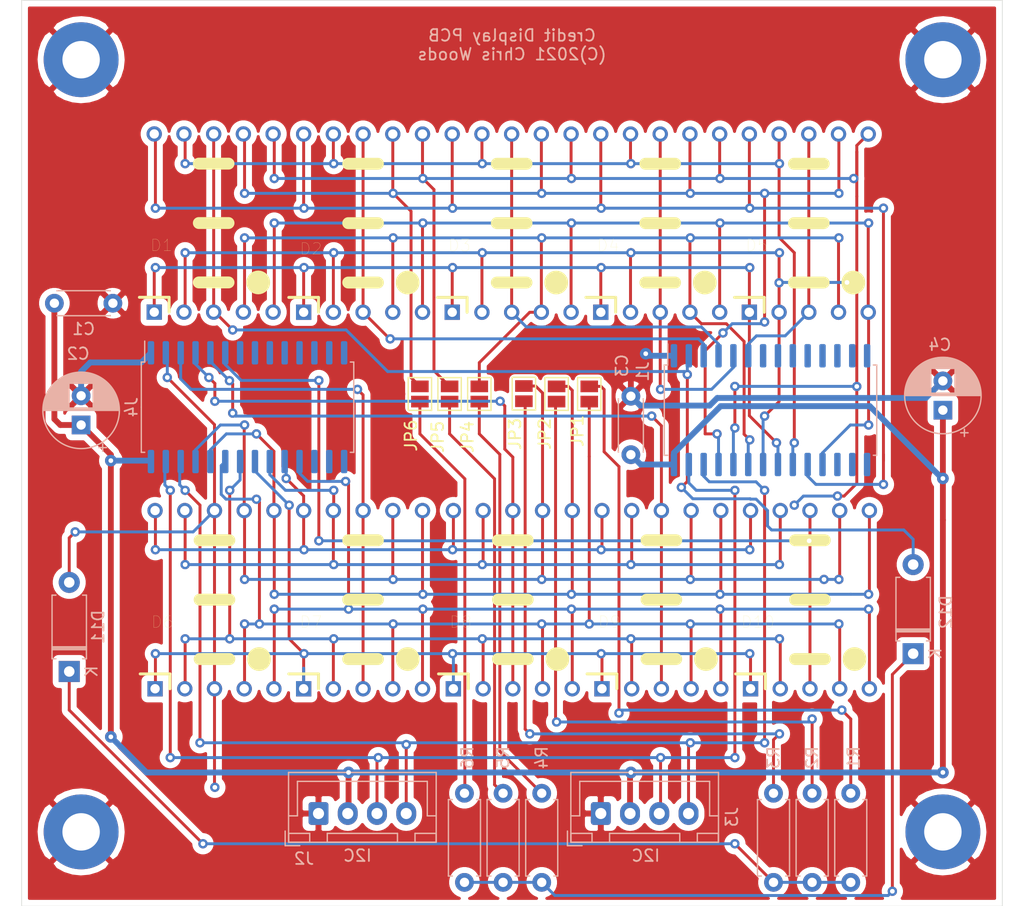
<source format=kicad_pcb>
(kicad_pcb (version 20171130) (host pcbnew 5.1.10-88a1d61d58~88~ubuntu20.04.1)
  (layers (0 F.Cu signal) (31 B.Cu signal) (34 B.Paste user) (35 F.Paste user) (36 B.SilkS user) (37 F.SilkS user) (38 B.Mask user) (39 F.Mask user) (44 Edge.Cuts user))
  (net 0 "")
  (net 1 SCL)
  (net 2 SDA)
  (net 3 +5V)
  (net 4 GND)
  (net 5 /A_1)
  (net 6 /B_1)
  (net 7 /C_1)
  (net 8 /D_1)
  (net 9 /E_1)
  (net 10 /F_1)
  (net 11 /G_1)
  (net 12 /DP_1)
  (net 13 "Net-(J1-Pad9)")
  (net 14 "Net-(J1-Pad8)")
  (net 15 "Net-(J1-Pad7)")
  (net 16 /7_SEG_5)
  (net 17 /7_SEG_4)
  (net 18 /7_SEG_3)
  (net 19 /7_SEG_2)
  (net 20 /7_SEG_1)
  (net 21 /A_2)
  (net 22 /B_2)
  (net 23 /C_2)
  (net 24 /D_2)
  (net 25 /E_2)
  (net 26 /F_2)
  (net 27 /G_2)
  (net 28 /DP_2)
  (net 29 "Net-(J4-Pad9)")
  (net 30 "Net-(J4-Pad8)")
  (net 31 "Net-(J4-Pad7)")
  (net 32 /7_SEG_10)
  (net 33 /7_SEG_9)
  (net 34 /7_SEG_8)
  (net 35 /7_SEG_7)
  (net 36 /7_SEG_6)
  (net 37 "Net-(D11-Pad1)")
  (net 38 "Net-(D12-Pad1)")
  (net 39 "Net-(J1-Pad17)")
  (net 40 "Net-(J1-Pad16)")
  (net 41 "Net-(J1-Pad15)")
  (net 42 "Net-(J1-Pad14)")
  (net 43 "Net-(J1-Pad13)")
  (net 44 "Net-(J1-Pad12)")
  (net 45 "Net-(J1-Pad11)")
  (net 46 "Net-(J1-Pad10)")
  (net 47 "Net-(J4-Pad17)")
  (net 48 "Net-(J4-Pad16)")
  (net 49 "Net-(J4-Pad15)")
  (net 50 "Net-(J4-Pad14)")
  (net 51 "Net-(J4-Pad13)")
  (net 52 "Net-(J4-Pad12)")
  (net 53 "Net-(J4-Pad11)")
  (net 54 "Net-(J4-Pad10)")
  (net 55 "Net-(JP1-Pad1)")
  (net 56 "Net-(JP2-Pad1)")
  (net 57 "Net-(JP3-Pad1)")
  (net 58 "Net-(JP4-Pad1)")
  (net 59 "Net-(JP5-Pad1)")
  (net 60 "Net-(JP6-Pad1)")
  (module Jumper:SolderJumper-2_P1.3mm_Open_Pad1.0x1.5mm (layer F.Cu) (at 117.856 61.61 90)
    (fp_text reference JP6 (at -3.556 -0.762 90) (layer F.SilkS))
    (fp_text value SolderJumper_2_Open)
    (pad 1 smd rect (at -0.65 0 90) (size 1 1.5) (layers F.Cu F.Mask) (net 60 "Net-(JP6-Pad1)"))
    (pad 2 smd rect (at 0.65 0 90) (size 1 1.5) (layers F.Cu F.Mask) (net 5 /A_1))
  )
  (module Jumper:SolderJumper-2_P1.3mm_Open_Pad1.0x1.5mm (layer F.Cu) (at 120.396 61.61 90)
    (fp_text reference JP5 (at -3.668 -1.016 90) (layer F.SilkS))
    (fp_text value SolderJumper_2_Open)
    (pad 1 smd rect (at -0.65 0 90) (size 1 1.5) (layers F.Cu F.Mask) (net 59 "Net-(JP5-Pad1)"))
    (pad 2 smd rect (at 0.65 0 90) (size 1 1.5) (layers F.Cu F.Mask) (net 6 /B_1))
  )
  (module Jumper:SolderJumper-2_P1.3mm_Open_Pad1.0x1.5mm (layer F.Cu) (at 122.936 61.61 90)
    (fp_text reference JP4 (at -3.668 -1.016 90) (layer F.SilkS))
    (fp_text value SolderJumper_2_Open)
    (pad 1 smd rect (at -0.65 0 90) (size 1 1.5) (layers F.Cu F.Mask) (net 58 "Net-(JP4-Pad1)"))
    (pad 2 smd rect (at 0.65 0 90) (size 1 1.5) (layers F.Cu F.Mask) (net 7 /C_1))
  )
  (module Jumper:SolderJumper-2_P1.3mm_Open_Pad1.0x1.5mm (layer F.Cu) (at 126.746 61.58 90)
    (fp_text reference JP3 (at -3.444 -0.762 90) (layer F.SilkS))
    (fp_text value SolderJumper_2_Open)
    (pad 1 smd rect (at -0.65 0 90) (size 1 1.5) (layers F.Cu F.Mask) (net 57 "Net-(JP3-Pad1)"))
    (pad 2 smd rect (at 0.65 0 90) (size 1 1.5) (layers F.Cu F.Mask) (net 21 /A_2))
  )
  (module Jumper:SolderJumper-2_P1.3mm_Open_Pad1.0x1.5mm (layer F.Cu) (at 129.54 61.61 90)
    (fp_text reference JP2 (at -3.414 -1.016 90) (layer F.SilkS))
    (fp_text value SolderJumper_2_Open)
    (pad 1 smd rect (at -0.65 0 90) (size 1 1.5) (layers F.Cu F.Mask) (net 56 "Net-(JP2-Pad1)"))
    (pad 2 smd rect (at 0.65 0 90) (size 1 1.5) (layers F.Cu F.Mask) (net 22 /B_2))
  )
  (module Jumper:SolderJumper-2_P1.3mm_Open_Pad1.0x1.5mm (layer F.Cu) (at 132.334 61.61 270)
    (fp_text reference JP1 (at 3.16 1.016 90) (layer F.SilkS))
    (fp_text value SolderJumper_2_Open)
    (pad 1 smd rect (at -0.65 0 270) (size 1 1.5) (layers F.Cu F.Mask) (net 55 "Net-(JP1-Pad1)"))
    (pad 2 smd rect (at 0.65 0 270) (size 1 1.5) (layers F.Cu F.Mask) (net 23 /C_2))
  )
  (module Kingbright:DIP10_KINGBRIGHT_SX56 (layer F.Cu) (at 138.4 47)
    (fp_text reference D4 (at -4.45311 1.90847 180) (layer F.SilkS) (effects (font (size 1.001827 1.001827) (thickness 0.015))))
    (fp_text value SC56*)
    (pad 10 thru_hole circle (at -5.08 -7.62) (size 1.308 1.308) (drill 0.8) (layers *.Cu *.Mask) (net 11 /G_1))
    (pad 9 thru_hole circle (at -2.54 -7.62) (size 1.308 1.308) (drill 0.8) (layers *.Cu *.Mask) (net 10 /F_1))
    (pad 8 thru_hole circle (at 0 -7.62) (size 1.308 1.308) (drill 0.8) (layers *.Cu *.Mask) (net 17 /7_SEG_4))
    (pad 7 thru_hole circle (at 2.54 -7.62) (size 1.308 1.308) (drill 0.8) (layers *.Cu *.Mask) (net 5 /A_1))
    (pad 6 thru_hole circle (at 5.08 -7.62) (size 1.308 1.308) (drill 0.8) (layers *.Cu *.Mask) (net 6 /B_1))
    (pad 5 thru_hole circle (at 5.08 7.62) (size 1.308 1.308) (drill 0.8) (layers *.Cu *.Mask) (net 12 /DP_1))
    (pad 4 thru_hole circle (at 2.54 7.62) (size 1.308 1.308) (drill 0.8) (layers *.Cu *.Mask) (net 7 /C_1))
    (pad 3 thru_hole circle (at 0 7.62) (size 1.308 1.308) (drill 0.8) (layers *.Cu *.Mask) (net 17 /7_SEG_4))
    (pad 2 thru_hole circle (at -2.54 7.62) (size 1.308 1.308) (drill 0.8) (layers *.Cu *.Mask) (net 8 /D_1))
    (pad 1 thru_hole rect (at -5.08 7.62) (size 1.308 1.308) (drill 0.8) (layers *.Cu *.Mask) (net 9 /E_1))
  )
  (module Diode_THT:D_A-405_P7.62mm_Horizontal (layer B.Cu) (at 160.02 83.82 90)
    (fp_text reference D12 (at 3.556 2.794 270) (layer B.SilkS) (effects (justify mirror)))
    (fp_text value 1N4148W)
    (fp_text user K (at 0 1.9 270) (layer B.SilkS) (effects (justify mirror)))
    (pad 2 thru_hole oval (at 7.62 0 90) (size 1.8 1.8) (drill 0.9) (layers *.Cu *.Mask) (net 20 /7_SEG_1))
    (pad 1 thru_hole rect (at 0 0 90) (size 1.8 1.8) (drill 0.9) (layers *.Cu *.Mask) (net 38 "Net-(D12-Pad1)"))
  )
  (module Diode_THT:D_A-405_P7.62mm_Horizontal (layer B.Cu) (at 87.884 85.344 90)
    (fp_text reference D11 (at 3.81 2.47 270) (layer B.SilkS) (effects (justify mirror)))
    (fp_text value 1N4148W)
    (fp_text user K (at 0 1.9 270) (layer B.SilkS) (effects (justify mirror)))
    (pad 2 thru_hole oval (at 7.62 0 90) (size 1.8 1.8) (drill 0.9) (layers *.Cu *.Mask) (net 36 /7_SEG_6))
    (pad 1 thru_hole rect (at 0 0 90) (size 1.8 1.8) (drill 0.9) (layers *.Cu *.Mask) (net 37 "Net-(D11-Pad1)"))
  )
  (module Resistor_THT:R_Axial_DIN0207_L6.3mm_D2.5mm_P7.62mm_Horizontal (layer B.Cu) (at 121.666 95.758 270)
    (fp_text reference R6 (at -3.048 -0.254 90) (layer B.SilkS) (effects (justify mirror)))
    (fp_text value 10k)
    (pad 2 thru_hole oval (at 7.62 0 270) (size 1.6 1.6) (drill 0.8) (layers *.Cu *.Mask) (net 38 "Net-(D12-Pad1)"))
    (pad 1 thru_hole circle (at 0 0 270) (size 1.6 1.6) (drill 0.8) (layers *.Cu *.Mask) (net 60 "Net-(JP6-Pad1)"))
  )
  (module Resistor_THT:R_Axial_DIN0207_L6.3mm_D2.5mm_P7.62mm_Horizontal (layer B.Cu) (at 124.968 95.758 270)
    (fp_text reference R5 (at -3.048 0 90) (layer B.SilkS) (effects (justify mirror)))
    (fp_text value 10k)
    (pad 2 thru_hole oval (at 7.62 0 270) (size 1.6 1.6) (drill 0.8) (layers *.Cu *.Mask) (net 38 "Net-(D12-Pad1)"))
    (pad 1 thru_hole circle (at 0 0 270) (size 1.6 1.6) (drill 0.8) (layers *.Cu *.Mask) (net 59 "Net-(JP5-Pad1)"))
  )
  (module Resistor_THT:R_Axial_DIN0207_L6.3mm_D2.5mm_P7.62mm_Horizontal (layer B.Cu) (at 128.27 95.758 270)
    (fp_text reference R4 (at -3.048 0 90) (layer B.SilkS) (effects (justify mirror)))
    (fp_text value 10k)
    (pad 2 thru_hole oval (at 7.62 0 270) (size 1.6 1.6) (drill 0.8) (layers *.Cu *.Mask) (net 38 "Net-(D12-Pad1)"))
    (pad 1 thru_hole circle (at 0 0 270) (size 1.6 1.6) (drill 0.8) (layers *.Cu *.Mask) (net 58 "Net-(JP4-Pad1)"))
  )
  (module Resistor_THT:R_Axial_DIN0207_L6.3mm_D2.5mm_P7.62mm_Horizontal (layer B.Cu) (at 148.082 95.758 270)
    (fp_text reference R3 (at -3.048 0 90) (layer B.SilkS) (effects (justify mirror)))
    (fp_text value 10k)
    (pad 2 thru_hole oval (at 7.62 0 270) (size 1.6 1.6) (drill 0.8) (layers *.Cu *.Mask) (net 37 "Net-(D11-Pad1)"))
    (pad 1 thru_hole circle (at 0 0 270) (size 1.6 1.6) (drill 0.8) (layers *.Cu *.Mask) (net 57 "Net-(JP3-Pad1)"))
  )
  (module Resistor_THT:R_Axial_DIN0207_L6.3mm_D2.5mm_P7.62mm_Horizontal (layer B.Cu) (at 151.384 95.758 270)
    (fp_text reference R2 (at -3.048 0 90) (layer B.SilkS) (effects (justify mirror)))
    (fp_text value 10k)
    (pad 2 thru_hole oval (at 7.62 0 270) (size 1.6 1.6) (drill 0.8) (layers *.Cu *.Mask) (net 37 "Net-(D11-Pad1)"))
    (pad 1 thru_hole circle (at 0 0 270) (size 1.6 1.6) (drill 0.8) (layers *.Cu *.Mask) (net 56 "Net-(JP2-Pad1)"))
  )
  (module Resistor_THT:R_Axial_DIN0207_L6.3mm_D2.5mm_P7.62mm_Horizontal (layer B.Cu) (at 154.686 95.758 270)
    (fp_text reference R1 (at -3.048 -0.254 90) (layer B.SilkS) (effects (justify mirror)))
    (fp_text value 10k)
    (pad 2 thru_hole oval (at 7.62 0 270) (size 1.6 1.6) (drill 0.8) (layers *.Cu *.Mask) (net 37 "Net-(D11-Pad1)"))
    (pad 1 thru_hole circle (at 0 0 270) (size 1.6 1.6) (drill 0.8) (layers *.Cu *.Mask) (net 55 "Net-(JP1-Pad1)"))
  )
  (module Capacitor_THT:CP_Radial_D6.3mm_P2.50mm (layer B.Cu) (at 162.56 62.992 90)
    (fp_text reference C4 (at 5.588 -0.254 180) (layer B.SilkS) (effects (justify mirror)))
    (fp_text value 47µF)
    (pad 2 thru_hole circle (at 2.5 0 90) (size 1.6 1.6) (drill 0.8) (layers *.Cu *.Mask) (net 4 GND))
    (pad 1 thru_hole rect (at 0 0 90) (size 1.6 1.6) (drill 0.8) (layers *.Cu *.Mask) (net 3 +5V))
  )
  (module Capacitor_THT:C_Disc_D4.3mm_W1.9mm_P5.00mm (layer B.Cu) (at 135.89 66.802 90)
    (fp_text reference C3 (at 7.62 -0.762 90) (layer B.SilkS) (effects (justify mirror)))
    (fp_text value 100nF)
    (pad 2 thru_hole circle (at 5 0 90) (size 1.6 1.6) (drill 0.8) (layers *.Cu *.Mask) (net 4 GND))
    (pad 1 thru_hole circle (at 0 0 90) (size 1.6 1.6) (drill 0.8) (layers *.Cu *.Mask) (net 3 +5V))
  )
  (module Capacitor_THT:CP_Radial_D6.3mm_P2.50mm (layer B.Cu) (at 88.9 64.262 90)
    (fp_text reference C2 (at 6.096 -0.254 180) (layer B.SilkS) (effects (justify mirror)))
    (fp_text value 47µF)
    (pad 2 thru_hole circle (at 2.5 0 90) (size 1.6 1.6) (drill 0.8) (layers *.Cu *.Mask) (net 4 GND))
    (pad 1 thru_hole rect (at 0 0 90) (size 1.6 1.6) (drill 0.8) (layers *.Cu *.Mask) (net 3 +5V))
  )
  (module Capacitor_THT:C_Disc_D4.3mm_W1.9mm_P5.00mm (layer B.Cu) (at 86.614 53.848)
    (fp_text reference C1 (at 2.5 2.2) (layer B.SilkS) (effects (justify mirror)))
    (fp_text value 100nF)
    (pad 2 thru_hole circle (at 5 0) (size 1.6 1.6) (drill 0.8) (layers *.Cu *.Mask) (net 4 GND))
    (pad 1 thru_hole circle (at 0 0) (size 1.6 1.6) (drill 0.8) (layers *.Cu *.Mask) (net 3 +5V))
  )
  (module Package_SO:SOP-28_7.5x15.4mm_P1.27mm (layer B.Cu) (at 103.124 62.738 270)
    (fp_text reference J4 (at 0 9.92 90) (layer B.SilkS) (effects (justify mirror)))
    (fp_text value HT16K33_20)
    (pad 15 smd roundrect (at 4.65 -8.255 270) (size 2 0.55) (layers B.Cu B.Paste B.Mask) (net 49 "Net-(J4-Pad15)"))
    (pad 16 smd roundrect (at 4.65 -6.985 270) (size 2 0.55) (layers B.Cu B.Paste B.Mask) (net 48 "Net-(J4-Pad16)"))
    (pad 14 smd roundrect (at -4.65 -8.255 270) (size 2 0.55) (layers B.Cu B.Paste B.Mask) (net 50 "Net-(J4-Pad14)"))
    (pad 13 smd roundrect (at -4.65 -6.985 270) (size 2 0.55) (layers B.Cu B.Paste B.Mask) (net 51 "Net-(J4-Pad13)"))
    (pad 28 smd roundrect (at 4.65 8.255 270) (size 2 0.55) (layers B.Cu B.Paste B.Mask) (net 3 +5V))
    (pad 27 smd roundrect (at 4.65 6.985 270) (size 2 0.55) (layers B.Cu B.Paste B.Mask) (net 2 SDA))
    (pad 26 smd roundrect (at 4.65 5.715 270) (size 2 0.55) (layers B.Cu B.Paste B.Mask) (net 1 SCL))
    (pad 25 smd roundrect (at 4.65 4.445 270) (size 2 0.55) (layers B.Cu B.Paste B.Mask) (net 21 /A_2))
    (pad 24 smd roundrect (at 4.65 3.175 270) (size 2 0.55) (layers B.Cu B.Paste B.Mask) (net 22 /B_2))
    (pad 23 smd roundrect (at 4.65 1.905 270) (size 2 0.55) (layers B.Cu B.Paste B.Mask) (net 23 /C_2))
    (pad 22 smd roundrect (at 4.65 0.635 270) (size 2 0.55) (layers B.Cu B.Paste B.Mask) (net 24 /D_2))
    (pad 21 smd roundrect (at 4.65 -0.635 270) (size 2 0.55) (layers B.Cu B.Paste B.Mask) (net 25 /E_2))
    (pad 20 smd roundrect (at 4.65 -1.905 270) (size 2 0.55) (layers B.Cu B.Paste B.Mask) (net 26 /F_2))
    (pad 19 smd roundrect (at 4.65 -3.175 270) (size 2 0.55) (layers B.Cu B.Paste B.Mask) (net 27 /G_2))
    (pad 18 smd roundrect (at 4.65 -4.445 270) (size 2 0.55) (layers B.Cu B.Paste B.Mask) (net 28 /DP_2))
    (pad 17 smd roundrect (at 4.65 -5.715 270) (size 2 0.55) (layers B.Cu B.Paste B.Mask) (net 47 "Net-(J4-Pad17)"))
    (pad 12 smd roundrect (at -4.65 -5.715 270) (size 2 0.55) (layers B.Cu B.Paste B.Mask) (net 52 "Net-(J4-Pad12)"))
    (pad 11 smd roundrect (at -4.65 -4.445 270) (size 2 0.55) (layers B.Cu B.Paste B.Mask) (net 53 "Net-(J4-Pad11)"))
    (pad 10 smd roundrect (at -4.65 -3.175 270) (size 2 0.55) (layers B.Cu B.Paste B.Mask) (net 54 "Net-(J4-Pad10)"))
    (pad 9 smd roundrect (at -4.65 -1.905 270) (size 2 0.55) (layers B.Cu B.Paste B.Mask) (net 29 "Net-(J4-Pad9)"))
    (pad 8 smd roundrect (at -4.65 -0.635 270) (size 2 0.55) (layers B.Cu B.Paste B.Mask) (net 30 "Net-(J4-Pad8)"))
    (pad 7 smd roundrect (at -4.65 0.635 270) (size 2 0.55) (layers B.Cu B.Paste B.Mask) (net 31 "Net-(J4-Pad7)"))
    (pad 6 smd roundrect (at -4.65 1.905 270) (size 2 0.55) (layers B.Cu B.Paste B.Mask) (net 32 /7_SEG_10))
    (pad 5 smd roundrect (at -4.65 3.175 270) (size 2 0.55) (layers B.Cu B.Paste B.Mask) (net 33 /7_SEG_9))
    (pad 4 smd roundrect (at -4.65 4.445 270) (size 2 0.55) (layers B.Cu B.Paste B.Mask) (net 34 /7_SEG_8))
    (pad 3 smd roundrect (at -4.65 5.715 270) (size 2 0.55) (layers B.Cu B.Paste B.Mask) (net 35 /7_SEG_7))
    (pad 2 smd roundrect (at -4.65 6.985 270) (size 2 0.55) (layers B.Cu B.Paste B.Mask) (net 36 /7_SEG_6))
    (pad 1 smd roundrect (at -4.65 8.255 270) (size 2 0.55) (layers B.Cu B.Paste B.Mask) (net 4 GND))
  )
  (module Package_SO:SOP-28_7.5x15.4mm_P1.27mm (layer B.Cu) (at 147.828 62.992 270)
    (fp_text reference J1 (at -3.302 10.922 90) (layer B.SilkS) (effects (justify mirror)))
    (fp_text value HT16K33_28)
    (pad 15 smd roundrect (at 4.65 -8.255 270) (size 2 0.55) (layers B.Cu B.Paste B.Mask) (net 41 "Net-(J1-Pad15)"))
    (pad 16 smd roundrect (at 4.65 -6.985 270) (size 2 0.55) (layers B.Cu B.Paste B.Mask) (net 40 "Net-(J1-Pad16)"))
    (pad 14 smd roundrect (at -4.65 -8.255 270) (size 2 0.55) (layers B.Cu B.Paste B.Mask) (net 42 "Net-(J1-Pad14)"))
    (pad 13 smd roundrect (at -4.65 -6.985 270) (size 2 0.55) (layers B.Cu B.Paste B.Mask) (net 43 "Net-(J1-Pad13)"))
    (pad 28 smd roundrect (at 4.65 8.255 270) (size 2 0.55) (layers B.Cu B.Paste B.Mask) (net 3 +5V))
    (pad 27 smd roundrect (at 4.65 6.985 270) (size 2 0.55) (layers B.Cu B.Paste B.Mask) (net 2 SDA))
    (pad 26 smd roundrect (at 4.65 5.715 270) (size 2 0.55) (layers B.Cu B.Paste B.Mask) (net 1 SCL))
    (pad 25 smd roundrect (at 4.65 4.445 270) (size 2 0.55) (layers B.Cu B.Paste B.Mask) (net 5 /A_1))
    (pad 24 smd roundrect (at 4.65 3.175 270) (size 2 0.55) (layers B.Cu B.Paste B.Mask) (net 6 /B_1))
    (pad 23 smd roundrect (at 4.65 1.905 270) (size 2 0.55) (layers B.Cu B.Paste B.Mask) (net 7 /C_1))
    (pad 22 smd roundrect (at 4.65 0.635 270) (size 2 0.55) (layers B.Cu B.Paste B.Mask) (net 8 /D_1))
    (pad 21 smd roundrect (at 4.65 -0.635 270) (size 2 0.55) (layers B.Cu B.Paste B.Mask) (net 9 /E_1))
    (pad 20 smd roundrect (at 4.65 -1.905 270) (size 2 0.55) (layers B.Cu B.Paste B.Mask) (net 10 /F_1))
    (pad 19 smd roundrect (at 4.65 -3.175 270) (size 2 0.55) (layers B.Cu B.Paste B.Mask) (net 11 /G_1))
    (pad 18 smd roundrect (at 4.65 -4.445 270) (size 2 0.55) (layers B.Cu B.Paste B.Mask) (net 12 /DP_1))
    (pad 17 smd roundrect (at 4.65 -5.715 270) (size 2 0.55) (layers B.Cu B.Paste B.Mask) (net 39 "Net-(J1-Pad17)"))
    (pad 12 smd roundrect (at -4.65 -5.715 270) (size 2 0.55) (layers B.Cu B.Paste B.Mask) (net 44 "Net-(J1-Pad12)"))
    (pad 11 smd roundrect (at -4.65 -4.445 270) (size 2 0.55) (layers B.Cu B.Paste B.Mask) (net 45 "Net-(J1-Pad11)"))
    (pad 10 smd roundrect (at -4.65 -3.175 270) (size 2 0.55) (layers B.Cu B.Paste B.Mask) (net 46 "Net-(J1-Pad10)"))
    (pad 9 smd roundrect (at -4.65 -1.905 270) (size 2 0.55) (layers B.Cu B.Paste B.Mask) (net 13 "Net-(J1-Pad9)"))
    (pad 8 smd roundrect (at -4.65 -0.635 270) (size 2 0.55) (layers B.Cu B.Paste B.Mask) (net 14 "Net-(J1-Pad8)"))
    (pad 7 smd roundrect (at -4.65 0.635 270) (size 2 0.55) (layers B.Cu B.Paste B.Mask) (net 15 "Net-(J1-Pad7)"))
    (pad 6 smd roundrect (at -4.65 1.905 270) (size 2 0.55) (layers B.Cu B.Paste B.Mask) (net 16 /7_SEG_5))
    (pad 5 smd roundrect (at -4.65 3.175 270) (size 2 0.55) (layers B.Cu B.Paste B.Mask) (net 17 /7_SEG_4))
    (pad 4 smd roundrect (at -4.65 4.445 270) (size 2 0.55) (layers B.Cu B.Paste B.Mask) (net 18 /7_SEG_3))
    (pad 3 smd roundrect (at -4.65 5.715 270) (size 2 0.55) (layers B.Cu B.Paste B.Mask) (net 19 /7_SEG_2))
    (pad 2 smd roundrect (at -4.65 6.985 270) (size 2 0.55) (layers B.Cu B.Paste B.Mask) (net 20 /7_SEG_1))
    (pad 1 smd roundrect (at -4.65 8.255 270) (size 2 0.55) (layers B.Cu B.Paste B.Mask) (net 4 GND))
  )
  (module Kingbright:DIP10_KINGBRIGHT_SX56 (layer F.Cu) (at 100.23 46.99)
    (fp_text reference D1 (at -4.45311 1.90847 180) (layer F.SilkS) (effects (font (size 1.001827 1.001827) (thickness 0.015))))
    (fp_text value SC56*)
    (pad 10 thru_hole circle (at -5.08 -7.62) (size 1.308 1.308) (drill 0.8) (layers *.Cu *.Mask) (net 11 /G_1))
    (pad 9 thru_hole circle (at -2.54 -7.62) (size 1.308 1.308) (drill 0.8) (layers *.Cu *.Mask) (net 10 /F_1))
    (pad 8 thru_hole circle (at 0 -7.62) (size 1.308 1.308) (drill 0.8) (layers *.Cu *.Mask) (net 20 /7_SEG_1))
    (pad 7 thru_hole circle (at 2.54 -7.62) (size 1.308 1.308) (drill 0.8) (layers *.Cu *.Mask) (net 5 /A_1))
    (pad 6 thru_hole circle (at 5.08 -7.62) (size 1.308 1.308) (drill 0.8) (layers *.Cu *.Mask) (net 6 /B_1))
    (pad 5 thru_hole circle (at 5.08 7.62) (size 1.308 1.308) (drill 0.8) (layers *.Cu *.Mask) (net 12 /DP_1))
    (pad 4 thru_hole circle (at 2.54 7.62) (size 1.308 1.308) (drill 0.8) (layers *.Cu *.Mask) (net 7 /C_1))
    (pad 3 thru_hole circle (at 0 7.62) (size 1.308 1.308) (drill 0.8) (layers *.Cu *.Mask) (net 20 /7_SEG_1))
    (pad 2 thru_hole circle (at -2.54 7.62) (size 1.308 1.308) (drill 0.8) (layers *.Cu *.Mask) (net 8 /D_1))
    (pad 1 thru_hole rect (at -5.08 7.62) (size 1.308 1.308) (drill 0.8) (layers *.Cu *.Mask) (net 9 /E_1))
  )
  (module MountingHole:MountingHole_3.2mm_M3_Pad (layer F.Cu) (at 162.56 99.06)
    (fp_text reference H4 hide)
    (fp_text value MountingHole_Pad)
    (pad 1 thru_hole circle (at 0 0) (size 6.4 6.4) (drill 3.2) (layers *.Cu *.Mask) (net 4 GND))
  )
  (module MountingHole:MountingHole_3.2mm_M3_Pad (layer F.Cu) (at 162.56 33.02)
    (fp_text reference H3 hide)
    (fp_text value MountingHole_Pad)
    (pad 1 thru_hole circle (at 0 0) (size 6.4 6.4) (drill 3.2) (layers *.Cu *.Mask) (net 4 GND))
  )
  (module MountingHole:MountingHole_3.2mm_M3_Pad (layer F.Cu) (at 88.9 99.06)
    (fp_text reference H2 hide)
    (fp_text value MountingHole_Pad)
    (pad 1 thru_hole circle (at 0 0) (size 6.4 6.4) (drill 3.2) (layers *.Cu *.Mask) (net 4 GND))
  )
  (module MountingHole:MountingHole_3.2mm_M3_Pad (layer F.Cu) (at 88.9 33.02)
    (fp_text reference H1 hide)
    (fp_text value MountingHole_Pad)
    (pad 1 thru_hole circle (at 0 0) (size 6.4 6.4) (drill 3.2) (layers *.Cu *.Mask) (net 4 GND))
  )
  (module Kingbright:DIP10_KINGBRIGHT_SX56 (layer F.Cu) (at 151.2 79.2)
    (fp_text reference D10 (at -4.45311 1.90847 180) (layer F.SilkS) (effects (font (size 1.001827 1.001827) (thickness 0.015))))
    (fp_text value SC56*)
    (pad 10 thru_hole circle (at -5.08 -7.62) (size 1.308 1.308) (drill 0.8) (layers *.Cu *.Mask) (net 27 /G_2))
    (pad 9 thru_hole circle (at -2.54 -7.62) (size 1.308 1.308) (drill 0.8) (layers *.Cu *.Mask) (net 26 /F_2))
    (pad 8 thru_hole circle (at 0 -7.62) (size 1.308 1.308) (drill 0.8) (layers *.Cu *.Mask) (net 32 /7_SEG_10))
    (pad 7 thru_hole circle (at 2.54 -7.62) (size 1.308 1.308) (drill 0.8) (layers *.Cu *.Mask) (net 21 /A_2))
    (pad 6 thru_hole circle (at 5.08 -7.62) (size 1.308 1.308) (drill 0.8) (layers *.Cu *.Mask) (net 22 /B_2))
    (pad 5 thru_hole circle (at 5.08 7.62) (size 1.308 1.308) (drill 0.8) (layers *.Cu *.Mask) (net 28 /DP_2))
    (pad 4 thru_hole circle (at 2.54 7.62) (size 1.308 1.308) (drill 0.8) (layers *.Cu *.Mask) (net 23 /C_2))
    (pad 3 thru_hole circle (at 0 7.62) (size 1.308 1.308) (drill 0.8) (layers *.Cu *.Mask) (net 32 /7_SEG_10))
    (pad 2 thru_hole circle (at -2.54 7.62) (size 1.308 1.308) (drill 0.8) (layers *.Cu *.Mask) (net 24 /D_2))
    (pad 1 thru_hole rect (at -5.08 7.62) (size 1.308 1.308) (drill 0.8) (layers *.Cu *.Mask) (net 25 /E_2))
  )
  (module Kingbright:DIP10_KINGBRIGHT_SX56 (layer F.Cu) (at 151.1 47)
    (fp_text reference D5 (at -4.45311 1.90847 180) (layer F.SilkS) (effects (font (size 1.001827 1.001827) (thickness 0.015))))
    (fp_text value SC56*)
    (pad 10 thru_hole circle (at -5.08 -7.62) (size 1.308 1.308) (drill 0.8) (layers *.Cu *.Mask) (net 11 /G_1))
    (pad 9 thru_hole circle (at -2.54 -7.62) (size 1.308 1.308) (drill 0.8) (layers *.Cu *.Mask) (net 10 /F_1))
    (pad 8 thru_hole circle (at 0 -7.62) (size 1.308 1.308) (drill 0.8) (layers *.Cu *.Mask) (net 16 /7_SEG_5))
    (pad 7 thru_hole circle (at 2.54 -7.62) (size 1.308 1.308) (drill 0.8) (layers *.Cu *.Mask) (net 5 /A_1))
    (pad 6 thru_hole circle (at 5.08 -7.62) (size 1.308 1.308) (drill 0.8) (layers *.Cu *.Mask) (net 6 /B_1))
    (pad 5 thru_hole circle (at 5.08 7.62) (size 1.308 1.308) (drill 0.8) (layers *.Cu *.Mask) (net 12 /DP_1))
    (pad 4 thru_hole circle (at 2.54 7.62) (size 1.308 1.308) (drill 0.8) (layers *.Cu *.Mask) (net 7 /C_1))
    (pad 3 thru_hole circle (at 0 7.62) (size 1.308 1.308) (drill 0.8) (layers *.Cu *.Mask) (net 16 /7_SEG_5))
    (pad 2 thru_hole circle (at -2.54 7.62) (size 1.308 1.308) (drill 0.8) (layers *.Cu *.Mask) (net 8 /D_1))
    (pad 1 thru_hole rect (at -5.08 7.62) (size 1.308 1.308) (drill 0.8) (layers *.Cu *.Mask) (net 9 /E_1))
  )
  (module Kingbright:DIP10_KINGBRIGHT_SX56 (layer F.Cu) (at 138.5 79.2)
    (fp_text reference D9 (at -4.45311 1.90847 180) (layer F.SilkS) (effects (font (size 1.001827 1.001827) (thickness 0.015))))
    (fp_text value SC56*)
    (pad 10 thru_hole circle (at -5.08 -7.62) (size 1.308 1.308) (drill 0.8) (layers *.Cu *.Mask) (net 27 /G_2))
    (pad 9 thru_hole circle (at -2.54 -7.62) (size 1.308 1.308) (drill 0.8) (layers *.Cu *.Mask) (net 26 /F_2))
    (pad 8 thru_hole circle (at 0 -7.62) (size 1.308 1.308) (drill 0.8) (layers *.Cu *.Mask) (net 33 /7_SEG_9))
    (pad 7 thru_hole circle (at 2.54 -7.62) (size 1.308 1.308) (drill 0.8) (layers *.Cu *.Mask) (net 21 /A_2))
    (pad 6 thru_hole circle (at 5.08 -7.62) (size 1.308 1.308) (drill 0.8) (layers *.Cu *.Mask) (net 22 /B_2))
    (pad 5 thru_hole circle (at 5.08 7.62) (size 1.308 1.308) (drill 0.8) (layers *.Cu *.Mask) (net 28 /DP_2))
    (pad 4 thru_hole circle (at 2.54 7.62) (size 1.308 1.308) (drill 0.8) (layers *.Cu *.Mask) (net 23 /C_2))
    (pad 3 thru_hole circle (at 0 7.62) (size 1.308 1.308) (drill 0.8) (layers *.Cu *.Mask) (net 33 /7_SEG_9))
    (pad 2 thru_hole circle (at -2.54 7.62) (size 1.308 1.308) (drill 0.8) (layers *.Cu *.Mask) (net 24 /D_2))
    (pad 1 thru_hole rect (at -5.08 7.62) (size 1.308 1.308) (drill 0.8) (layers *.Cu *.Mask) (net 25 /E_2))
  )
  (module Kingbright:DIP10_KINGBRIGHT_SX56 (layer F.Cu) (at 125.8 79.2)
    (fp_text reference D8 (at -4.45311 1.90847 180) (layer F.SilkS) (effects (font (size 1.001827 1.001827) (thickness 0.015))))
    (fp_text value SC56*)
    (pad 10 thru_hole circle (at -5.08 -7.62) (size 1.308 1.308) (drill 0.8) (layers *.Cu *.Mask) (net 27 /G_2))
    (pad 9 thru_hole circle (at -2.54 -7.62) (size 1.308 1.308) (drill 0.8) (layers *.Cu *.Mask) (net 26 /F_2))
    (pad 8 thru_hole circle (at 0 -7.62) (size 1.308 1.308) (drill 0.8) (layers *.Cu *.Mask) (net 34 /7_SEG_8))
    (pad 7 thru_hole circle (at 2.54 -7.62) (size 1.308 1.308) (drill 0.8) (layers *.Cu *.Mask) (net 21 /A_2))
    (pad 6 thru_hole circle (at 5.08 -7.62) (size 1.308 1.308) (drill 0.8) (layers *.Cu *.Mask) (net 22 /B_2))
    (pad 5 thru_hole circle (at 5.08 7.62) (size 1.308 1.308) (drill 0.8) (layers *.Cu *.Mask) (net 28 /DP_2))
    (pad 4 thru_hole circle (at 2.54 7.62) (size 1.308 1.308) (drill 0.8) (layers *.Cu *.Mask) (net 23 /C_2))
    (pad 3 thru_hole circle (at 0 7.62) (size 1.308 1.308) (drill 0.8) (layers *.Cu *.Mask) (net 34 /7_SEG_8))
    (pad 2 thru_hole circle (at -2.54 7.62) (size 1.308 1.308) (drill 0.8) (layers *.Cu *.Mask) (net 24 /D_2))
    (pad 1 thru_hole rect (at -5.08 7.62) (size 1.308 1.308) (drill 0.8) (layers *.Cu *.Mask) (net 25 /E_2))
  )
  (module Kingbright:DIP10_KINGBRIGHT_SX56 (layer F.Cu) (at 125.7 47)
    (fp_text reference D3 (at -4.45311 1.90847 180) (layer F.SilkS) (effects (font (size 1.001827 1.001827) (thickness 0.015))))
    (fp_text value SC56*)
    (pad 10 thru_hole circle (at -5.08 -7.62) (size 1.308 1.308) (drill 0.8) (layers *.Cu *.Mask) (net 11 /G_1))
    (pad 9 thru_hole circle (at -2.54 -7.62) (size 1.308 1.308) (drill 0.8) (layers *.Cu *.Mask) (net 10 /F_1))
    (pad 8 thru_hole circle (at 0 -7.62) (size 1.308 1.308) (drill 0.8) (layers *.Cu *.Mask) (net 18 /7_SEG_3))
    (pad 7 thru_hole circle (at 2.54 -7.62) (size 1.308 1.308) (drill 0.8) (layers *.Cu *.Mask) (net 5 /A_1))
    (pad 6 thru_hole circle (at 5.08 -7.62) (size 1.308 1.308) (drill 0.8) (layers *.Cu *.Mask) (net 6 /B_1))
    (pad 5 thru_hole circle (at 5.08 7.62) (size 1.308 1.308) (drill 0.8) (layers *.Cu *.Mask) (net 12 /DP_1))
    (pad 4 thru_hole circle (at 2.54 7.62) (size 1.308 1.308) (drill 0.8) (layers *.Cu *.Mask) (net 7 /C_1))
    (pad 3 thru_hole circle (at 0 7.62) (size 1.308 1.308) (drill 0.8) (layers *.Cu *.Mask) (net 18 /7_SEG_3))
    (pad 2 thru_hole circle (at -2.54 7.62) (size 1.308 1.308) (drill 0.8) (layers *.Cu *.Mask) (net 8 /D_1))
    (pad 1 thru_hole rect (at -5.08 7.62) (size 1.308 1.308) (drill 0.8) (layers *.Cu *.Mask) (net 9 /E_1))
  )
  (module Kingbright:DIP10_KINGBRIGHT_SX56 (layer F.Cu) (at 113 79.2)
    (fp_text reference D7 (at -4.45311 1.90847 180) (layer F.SilkS) (effects (font (size 1.001827 1.001827) (thickness 0.015))))
    (fp_text value SC56*)
    (pad 10 thru_hole circle (at -5.08 -7.62) (size 1.308 1.308) (drill 0.8) (layers *.Cu *.Mask) (net 27 /G_2))
    (pad 9 thru_hole circle (at -2.54 -7.62) (size 1.308 1.308) (drill 0.8) (layers *.Cu *.Mask) (net 26 /F_2))
    (pad 8 thru_hole circle (at 0 -7.62) (size 1.308 1.308) (drill 0.8) (layers *.Cu *.Mask) (net 35 /7_SEG_7))
    (pad 7 thru_hole circle (at 2.54 -7.62) (size 1.308 1.308) (drill 0.8) (layers *.Cu *.Mask) (net 21 /A_2))
    (pad 6 thru_hole circle (at 5.08 -7.62) (size 1.308 1.308) (drill 0.8) (layers *.Cu *.Mask) (net 22 /B_2))
    (pad 5 thru_hole circle (at 5.08 7.62) (size 1.308 1.308) (drill 0.8) (layers *.Cu *.Mask) (net 28 /DP_2))
    (pad 4 thru_hole circle (at 2.54 7.62) (size 1.308 1.308) (drill 0.8) (layers *.Cu *.Mask) (net 23 /C_2))
    (pad 3 thru_hole circle (at 0 7.62) (size 1.308 1.308) (drill 0.8) (layers *.Cu *.Mask) (net 35 /7_SEG_7))
    (pad 2 thru_hole circle (at -2.54 7.62) (size 1.308 1.308) (drill 0.8) (layers *.Cu *.Mask) (net 24 /D_2))
    (pad 1 thru_hole rect (at -5.08 7.62) (size 1.308 1.308) (drill 0.8) (layers *.Cu *.Mask) (net 25 /E_2))
  )
  (module Kingbright:DIP10_KINGBRIGHT_SX56 (layer F.Cu) (at 113 47)
    (fp_text reference D2 (at -4.45311 2.2 180) (layer F.SilkS) (effects (font (size 1.001827 1.001827) (thickness 0.015))))
    (fp_text value SC56*)
    (pad 10 thru_hole circle (at -5.08 -7.62) (size 1.308 1.308) (drill 0.8) (layers *.Cu *.Mask) (net 11 /G_1))
    (pad 9 thru_hole circle (at -2.54 -7.62) (size 1.308 1.308) (drill 0.8) (layers *.Cu *.Mask) (net 10 /F_1))
    (pad 8 thru_hole circle (at 0 -7.62) (size 1.308 1.308) (drill 0.8) (layers *.Cu *.Mask) (net 19 /7_SEG_2))
    (pad 7 thru_hole circle (at 2.54 -7.62) (size 1.308 1.308) (drill 0.8) (layers *.Cu *.Mask) (net 5 /A_1))
    (pad 6 thru_hole circle (at 5.08 -7.62) (size 1.308 1.308) (drill 0.8) (layers *.Cu *.Mask) (net 6 /B_1))
    (pad 5 thru_hole circle (at 5.08 7.62) (size 1.308 1.308) (drill 0.8) (layers *.Cu *.Mask) (net 12 /DP_1))
    (pad 4 thru_hole circle (at 2.54 7.62) (size 1.308 1.308) (drill 0.8) (layers *.Cu *.Mask) (net 7 /C_1))
    (pad 3 thru_hole circle (at 0 7.62) (size 1.308 1.308) (drill 0.8) (layers *.Cu *.Mask) (net 19 /7_SEG_2))
    (pad 2 thru_hole circle (at -2.54 7.62) (size 1.308 1.308) (drill 0.8) (layers *.Cu *.Mask) (net 8 /D_1))
    (pad 1 thru_hole rect (at -5.08 7.62) (size 1.308 1.308) (drill 0.8) (layers *.Cu *.Mask) (net 9 /E_1))
  )
  (module Kingbright:DIP10_KINGBRIGHT_SX56 (layer F.Cu) (at 100.3 79.2)
    (fp_text reference D6 (at -4.45311 1.90847 180) (layer F.SilkS) (effects (font (size 1.001827 1.001827) (thickness 0.015))))
    (fp_text value SC56*)
    (pad 10 thru_hole circle (at -5.08 -7.62) (size 1.308 1.308) (drill 0.8) (layers *.Cu *.Mask) (net 27 /G_2))
    (pad 9 thru_hole circle (at -2.54 -7.62) (size 1.308 1.308) (drill 0.8) (layers *.Cu *.Mask) (net 26 /F_2))
    (pad 8 thru_hole circle (at 0 -7.62) (size 1.308 1.308) (drill 0.8) (layers *.Cu *.Mask) (net 36 /7_SEG_6))
    (pad 7 thru_hole circle (at 2.54 -7.62) (size 1.308 1.308) (drill 0.8) (layers *.Cu *.Mask) (net 21 /A_2))
    (pad 6 thru_hole circle (at 5.08 -7.62) (size 1.308 1.308) (drill 0.8) (layers *.Cu *.Mask) (net 22 /B_2))
    (pad 5 thru_hole circle (at 5.08 7.62) (size 1.308 1.308) (drill 0.8) (layers *.Cu *.Mask) (net 28 /DP_2))
    (pad 4 thru_hole circle (at 2.54 7.62) (size 1.308 1.308) (drill 0.8) (layers *.Cu *.Mask) (net 23 /C_2))
    (pad 3 thru_hole circle (at 0 7.62) (size 1.308 1.308) (drill 0.8) (layers *.Cu *.Mask) (net 36 /7_SEG_6))
    (pad 2 thru_hole circle (at -2.54 7.62) (size 1.308 1.308) (drill 0.8) (layers *.Cu *.Mask) (net 24 /D_2))
    (pad 1 thru_hole rect (at -5.08 7.62) (size 1.308 1.308) (drill 0.8) (layers *.Cu *.Mask) (net 25 /E_2))
  )
  (module Connector_JST:JST_XH_B4B-XH-A_1x04_P2.50mm_Vertical (layer B.Cu) (at 133.32 97.49)
    (fp_text reference J3 (at 11.206 0.3 90) (layer B.SilkS) (effects (justify mirror)))
    (fp_text value I2C (at 3.84 3.602) (layer B.SilkS) (effects (justify mirror)))
    (pad 4 thru_hole oval (at 7.5 0) (size 1.7 1.95) (drill 0.95) (layers *.Cu *.Mask) (net 1 SCL))
    (pad 3 thru_hole oval (at 5 0) (size 1.7 1.95) (drill 0.95) (layers *.Cu *.Mask) (net 2 SDA))
    (pad 2 thru_hole oval (at 2.5 0) (size 1.7 1.95) (drill 0.95) (layers *.Cu *.Mask) (net 3 +5V))
    (pad 1 thru_hole roundrect (at 0 0) (size 1.7 1.95) (drill 0.95) (layers *.Cu *.Mask) (roundrect_rratio 0.1470588235294118) (net 4 GND))
  )
  (module Connector_JST:JST_XH_B4B-XH-A_1x04_P2.50mm_Vertical (layer B.Cu) (at 109.19 97.49)
    (fp_text reference J2 (at -1.24 3.856 180) (layer B.SilkS) (effects (justify mirror)))
    (fp_text value I2C (at 3.332 3.602) (layer B.SilkS) (effects (justify mirror)))
    (pad 4 thru_hole oval (at 7.5 0) (size 1.7 1.95) (drill 0.95) (layers *.Cu *.Mask) (net 1 SCL))
    (pad 3 thru_hole oval (at 5 0) (size 1.7 1.95) (drill 0.95) (layers *.Cu *.Mask) (net 2 SDA))
    (pad 2 thru_hole oval (at 2.5 0) (size 1.7 1.95) (drill 0.95) (layers *.Cu *.Mask) (net 3 +5V))
    (pad 1 thru_hole roundrect (at 0 0) (size 1.7 1.95) (drill 0.95) (layers *.Cu *.Mask) (roundrect_rratio 0.1470588235294118) (net 4 GND))
  )
  (gr_text "Credit Display PCB\n(C)2021 Chris Woods" (at 125.73 31.75) (layer B.SilkS) (effects (font (size 1 1)) (justify mirror)))
  (gr_line (start 83.82 105.41) (end 83.82 27.94) (layer Edge.Cuts) (width 0.05))
  (gr_line (start 167.64 105.41) (end 83.82 105.41) (layer Edge.Cuts) (width 0.05))
  (gr_line (start 167.64 27.94) (end 167.64 105.41) (layer Edge.Cuts) (width 0.05))
  (gr_line (start 83.82 27.94) (end 167.64 27.94) (layer Edge.Cuts) (width 0.05))
  (segment (start 116.69 97.49) (end 116.69 91.59) (width 0.25) (layer F.Cu) (net 1))
  (segment (start 140.82 97.49) (end 140.82 91.59) (width 0.25) (layer F.Cu) (net 1))
  (via (at 140.97 91.44) (size 0.8) (drill 0.4) (layers F.Cu B.Cu) (net 1))
  (segment (start 140.82 91.59) (end 140.97 91.44) (width 0.25) (layer F.Cu) (net 1))
  (via (at 116.69 91.59) (size 0.8) (drill 0.4) (layers F.Cu B.Cu) (net 1))
  (segment (start 116.84 91.44) (end 116.69 91.59) (width 0.25) (layer B.Cu) (net 1))
  (segment (start 140.97 91.44) (end 116.84 91.44) (width 0.25) (layer B.Cu) (net 1))
  (via (at 97.79 69.85) (size 0.8) (drill 0.4) (layers F.Cu B.Cu) (net 1))
  (segment (start 97.325 69.385) (end 97.79 69.85) (width 0.25) (layer B.Cu) (net 1))
  (via (at 99.06 91.44) (size 0.8) (drill 0.4) (layers F.Cu B.Cu) (net 1))
  (segment (start 99.06 71.12) (end 99.06 91.44) (width 0.25) (layer F.Cu) (net 1))
  (segment (start 97.79 69.85) (end 99.06 71.12) (width 0.25) (layer F.Cu) (net 1))
  (segment (start 116.54 91.44) (end 116.69 91.59) (width 0.25) (layer B.Cu) (net 1))
  (segment (start 99.06 91.44) (end 116.54 91.44) (width 0.25) (layer B.Cu) (net 1))
  (via (at 147.32 69.85) (size 0.8) (drill 0.4) (layers F.Cu B.Cu) (net 1))
  (via (at 147.32 91.44) (size 0.8) (drill 0.4) (layers F.Cu B.Cu) (net 1))
  (segment (start 147.32 69.85) (end 147.32 91.44) (width 0.25) (layer F.Cu) (net 1))
  (segment (start 147.32 91.44) (end 140.97 91.44) (width 0.25) (layer B.Cu) (net 1))
  (segment (start 97.325 67.472) (end 97.409 67.388) (width 0.25) (layer B.Cu) (net 1))
  (segment (start 97.325 69.385) (end 97.325 67.472) (width 0.25) (layer B.Cu) (net 1))
  (segment (start 142.113 68.642) (end 142.113 67.642) (width 0.25) (layer B.Cu) (net 1))
  (segment (start 146.594999 69.124999) (end 142.595999 69.124999) (width 0.25) (layer B.Cu) (net 1))
  (segment (start 142.595999 69.124999) (end 142.113 68.642) (width 0.25) (layer B.Cu) (net 1))
  (segment (start 147.32 69.85) (end 146.594999 69.124999) (width 0.25) (layer B.Cu) (net 1))
  (segment (start 114.19 97.49) (end 114.19 92.82) (width 0.25) (layer F.Cu) (net 2))
  (segment (start 114.19 92.82) (end 114.3 92.71) (width 0.25) (layer F.Cu) (net 2))
  (via (at 114.3 92.71) (size 0.8) (drill 0.4) (layers F.Cu B.Cu) (net 2))
  (via (at 138.43 92.71) (size 0.8) (drill 0.4) (layers F.Cu B.Cu) (net 2))
  (segment (start 114.3 92.71) (end 138.43 92.71) (width 0.25) (layer B.Cu) (net 2))
  (segment (start 138.43 97.38) (end 138.32 97.49) (width 0.25) (layer F.Cu) (net 2))
  (segment (start 138.43 92.71) (end 138.43 97.38) (width 0.25) (layer F.Cu) (net 2))
  (via (at 96.52 69.85) (size 0.8) (drill 0.4) (layers F.Cu B.Cu) (net 2))
  (segment (start 96.055 69.385) (end 96.52 69.85) (width 0.25) (layer B.Cu) (net 2))
  (via (at 96.52 92.71) (size 0.8) (drill 0.4) (layers F.Cu B.Cu) (net 2))
  (segment (start 96.52 69.85) (end 96.52 92.71) (width 0.25) (layer F.Cu) (net 2))
  (segment (start 96.52 92.71) (end 114.3 92.71) (width 0.25) (layer B.Cu) (net 2))
  (via (at 144.78 69.85) (size 0.8) (drill 0.4) (layers F.Cu B.Cu) (net 2))
  (via (at 144.78 92.71) (size 0.8) (drill 0.4) (layers F.Cu B.Cu) (net 2))
  (segment (start 144.78 69.85) (end 144.78 92.71) (width 0.25) (layer F.Cu) (net 2))
  (segment (start 144.78 92.71) (end 138.43 92.71) (width 0.25) (layer B.Cu) (net 2))
  (segment (start 144.78 69.85) (end 141.478 69.85) (width 0.25) (layer B.Cu) (net 2))
  (segment (start 140.843 69.215) (end 140.843 67.642) (width 0.25) (layer B.Cu) (net 2))
  (segment (start 141.478 69.85) (end 140.843 69.215) (width 0.25) (layer B.Cu) (net 2))
  (segment (start 96.055 67.472) (end 96.139 67.388) (width 0.25) (layer B.Cu) (net 2))
  (segment (start 96.055 69.385) (end 96.055 67.472) (width 0.25) (layer B.Cu) (net 2))
  (segment (start 135.89 97.42) (end 135.82 97.49) (width 0.25) (layer F.Cu) (net 3))
  (via (at 135.89 93.98) (size 1) (drill 0.4) (layers F.Cu B.Cu) (net 3))
  (segment (start 135.82 94.05) (end 135.89 93.98) (width 0.5) (layer F.Cu) (net 3))
  (segment (start 135.82 97.49) (end 135.82 94.05) (width 0.5) (layer F.Cu) (net 3))
  (via (at 111.76 93.98) (size 1) (drill 0.4) (layers F.Cu B.Cu) (net 3))
  (segment (start 135.89 93.98) (end 111.76 93.98) (width 0.5) (layer B.Cu) (net 3))
  (segment (start 111.76 97.42) (end 111.69 97.49) (width 0.5) (layer F.Cu) (net 3))
  (segment (start 111.76 93.98) (end 111.76 97.42) (width 0.5) (layer F.Cu) (net 3))
  (via (at 91.44 67.31) (size 1) (drill 0.4) (layers F.Cu B.Cu) (net 3))
  (via (at 162.56 93.98) (size 1) (drill 0.4) (layers F.Cu B.Cu) (net 3))
  (segment (start 135.89 93.98) (end 162.56 93.98) (width 0.5) (layer B.Cu) (net 3))
  (segment (start 162.56 93.98) (end 162.56 72.39) (width 0.5) (layer F.Cu) (net 3))
  (segment (start 94.791 67.31) (end 94.869 67.388) (width 0.5) (layer B.Cu) (net 3))
  (segment (start 91.44 67.31) (end 94.791 67.31) (width 0.5) (layer B.Cu) (net 3))
  (segment (start 139.508 67.577) (end 139.573 67.642) (width 0.5) (layer B.Cu) (net 3))
  (segment (start 156.309999 62.649999) (end 162.56 68.9) (width 0.5) (layer B.Cu) (net 3))
  (segment (start 143.565001 62.649999) (end 156.309999 62.649999) (width 0.5) (layer B.Cu) (net 3))
  (segment (start 139.573 66.642) (end 143.565001 62.649999) (width 0.5) (layer B.Cu) (net 3))
  (segment (start 139.573 67.642) (end 139.573 66.642) (width 0.5) (layer B.Cu) (net 3))
  (segment (start 91.44 66.802) (end 88.9 64.262) (width 0.5) (layer F.Cu) (net 3))
  (segment (start 91.44 67.31) (end 91.44 66.802) (width 0.5) (layer F.Cu) (net 3))
  (segment (start 88.9 64.262) (end 87.122 64.262) (width 0.5) (layer F.Cu) (net 3))
  (segment (start 86.614 63.754) (end 86.614 53.848) (width 0.5) (layer F.Cu) (net 3))
  (segment (start 87.122 64.262) (end 86.614 63.754) (width 0.5) (layer F.Cu) (net 3))
  (segment (start 136.73 67.642) (end 135.89 66.802) (width 0.5) (layer B.Cu) (net 3))
  (segment (start 139.573 67.642) (end 136.73 67.642) (width 0.5) (layer B.Cu) (net 3))
  (segment (start 162.56 72.39) (end 162.56 68.834) (width 0.5) (layer F.Cu) (net 3))
  (segment (start 162.56 68.834) (end 162.56 62.992) (width 0.5) (layer F.Cu) (net 3))
  (via (at 162.56 68.834) (size 1) (drill 0.4) (layers F.Cu B.Cu) (net 3))
  (via (at 91.44 90.932) (size 1) (drill 0.4) (layers F.Cu B.Cu) (net 3))
  (segment (start 94.488 93.98) (end 91.44 90.932) (width 0.5) (layer B.Cu) (net 3))
  (segment (start 94.742 93.98) (end 94.488 93.98) (width 0.5) (layer B.Cu) (net 3))
  (segment (start 111.76 93.98) (end 94.742 93.98) (width 0.5) (layer B.Cu) (net 3))
  (segment (start 91.44 90.932) (end 91.44 67.31) (width 0.5) (layer F.Cu) (net 3))
  (segment (start 88.9 59.69) (end 88.9 61.762) (width 0.5) (layer B.Cu) (net 4))
  (segment (start 89.675 58.915) (end 88.9 59.69) (width 0.5) (layer B.Cu) (net 4))
  (segment (start 94.042 58.915) (end 89.675 58.915) (width 0.5) (layer B.Cu) (net 4))
  (segment (start 94.869 58.088) (end 94.042 58.915) (width 0.5) (layer B.Cu) (net 4))
  (segment (start 135.89 59.436) (end 137.16 58.166) (width 0.5) (layer F.Cu) (net 4))
  (segment (start 135.89 61.802) (end 135.89 59.436) (width 0.5) (layer F.Cu) (net 4))
  (segment (start 143.275048 61.949989) (end 161.102011 61.949989) (width 0.5) (layer B.Cu) (net 4))
  (segment (start 142.623039 62.601999) (end 143.275048 61.949989) (width 0.5) (layer B.Cu) (net 4))
  (segment (start 136.689999 62.601999) (end 142.623039 62.601999) (width 0.5) (layer B.Cu) (net 4))
  (segment (start 161.102011 61.949989) (end 162.56 60.492) (width 0.5) (layer B.Cu) (net 4))
  (segment (start 135.89 61.802) (end 136.689999 62.601999) (width 0.5) (layer B.Cu) (net 4))
  (via (at 137.16 58.166) (size 1) (drill 0.4) (layers F.Cu B.Cu) (net 4))
  (segment (start 137.336 58.342) (end 137.16 58.166) (width 0.5) (layer B.Cu) (net 4))
  (segment (start 139.573 58.342) (end 137.336 58.342) (width 0.5) (layer B.Cu) (net 4))
  (segment (start 102.87 39.27) (end 102.77 39.37) (width 0.25) (layer F.Cu) (net 5))
  (via (at 147.32 44.45) (size 0.8) (drill 0.4) (layers F.Cu B.Cu) (net 5))
  (via (at 153.67 44.45) (size 0.8) (drill 0.4) (layers F.Cu B.Cu) (net 5))
  (segment (start 147.32 44.45) (end 153.67 44.45) (width 0.25) (layer B.Cu) (net 5))
  (segment (start 153.67 39.41) (end 153.64 39.38) (width 0.25) (layer F.Cu) (net 5))
  (segment (start 153.67 44.45) (end 153.67 39.41) (width 0.25) (layer F.Cu) (net 5))
  (via (at 102.87 44.45) (size 0.8) (drill 0.4) (layers F.Cu B.Cu) (net 5))
  (segment (start 102.87 39.47) (end 102.77 39.37) (width 0.25) (layer F.Cu) (net 5))
  (segment (start 102.87 44.45) (end 102.87 39.47) (width 0.25) (layer F.Cu) (net 5))
  (via (at 115.57 44.45) (size 0.8) (drill 0.4) (layers F.Cu B.Cu) (net 5))
  (segment (start 115.54 44.42) (end 115.57 44.45) (width 0.25) (layer F.Cu) (net 5))
  (segment (start 115.54 39.38) (end 115.54 44.42) (width 0.25) (layer F.Cu) (net 5))
  (via (at 128.27 44.45) (size 0.8) (drill 0.4) (layers F.Cu B.Cu) (net 5))
  (segment (start 128.24 39.38) (end 128.24 44.42) (width 0.25) (layer F.Cu) (net 5))
  (segment (start 128.27 44.45) (end 102.87 44.45) (width 0.25) (layer B.Cu) (net 5))
  (segment (start 128.24 44.42) (end 128.27 44.45) (width 0.25) (layer F.Cu) (net 5))
  (via (at 140.97 44.45) (size 0.8) (drill 0.4) (layers F.Cu B.Cu) (net 5))
  (segment (start 140.94 44.42) (end 140.97 44.45) (width 0.25) (layer F.Cu) (net 5))
  (segment (start 140.94 39.38) (end 140.94 44.42) (width 0.25) (layer F.Cu) (net 5))
  (segment (start 140.97 44.45) (end 128.27 44.45) (width 0.25) (layer B.Cu) (net 5))
  (segment (start 147.32 44.45) (end 140.97 44.45) (width 0.25) (layer B.Cu) (net 5))
  (via (at 143.764 56.388) (size 0.8) (drill 0.4) (layers F.Cu B.Cu) (net 5))
  (segment (start 142.24 57.912) (end 143.764 56.388) (width 0.25) (layer F.Cu) (net 5))
  (segment (start 147.170998 55.599001) (end 147.32 55.449999) (width 0.25) (layer B.Cu) (net 5))
  (via (at 147.32 55.449999) (size 0.8) (drill 0.4) (layers F.Cu B.Cu) (net 5))
  (segment (start 144.552999 55.599001) (end 147.170998 55.599001) (width 0.25) (layer B.Cu) (net 5))
  (segment (start 143.764 56.388) (end 144.552999 55.599001) (width 0.25) (layer B.Cu) (net 5))
  (via (at 143.256 65.024) (size 0.8) (drill 0.4) (layers F.Cu B.Cu) (net 5))
  (segment (start 143.383 65.151) (end 143.256 65.024) (width 0.25) (layer B.Cu) (net 5))
  (segment (start 143.383 67.642) (end 143.383 65.151) (width 0.25) (layer B.Cu) (net 5))
  (segment (start 143.256 65.024) (end 142.24 65.024) (width 0.25) (layer F.Cu) (net 5))
  (segment (start 142.24 65.024) (end 142.24 57.912) (width 0.25) (layer F.Cu) (net 5))
  (segment (start 147.32 55.449999) (end 147.32 44.45) (width 0.25) (layer F.Cu) (net 5))
  (segment (start 117.100999 60.204999) (end 117.856 60.96) (width 0.25) (layer F.Cu) (net 5))
  (segment (start 117.100999 45.980999) (end 117.100999 60.204999) (width 0.25) (layer F.Cu) (net 5))
  (segment (start 115.57 44.45) (end 117.100999 45.980999) (width 0.25) (layer F.Cu) (net 5))
  (segment (start 156.18 39.38) (end 156.2 39.38) (width 0.25) (layer B.Cu) (net 6))
  (segment (start 105.41 39.27) (end 105.31 39.37) (width 0.25) (layer F.Cu) (net 6))
  (via (at 153.551346 70.34027) (size 0.8) (drill 0.4) (layers F.Cu B.Cu) (net 6))
  (segment (start 150.63973 70.34027) (end 149.86 71.12) (width 0.25) (layer B.Cu) (net 6))
  (via (at 149.86 71.12) (size 0.8) (drill 0.4) (layers F.Cu B.Cu) (net 6))
  (segment (start 153.551346 70.34027) (end 150.63973 70.34027) (width 0.25) (layer B.Cu) (net 6))
  (segment (start 155.200999 40.359001) (end 156.18 39.38) (width 0.25) (layer F.Cu) (net 6))
  (segment (start 154.117031 70.34027) (end 155.200999 69.256302) (width 0.25) (layer F.Cu) (net 6))
  (segment (start 153.551346 70.34027) (end 154.117031 70.34027) (width 0.25) (layer F.Cu) (net 6))
  (via (at 154.94 43.18) (size 0.8) (drill 0.4) (layers F.Cu B.Cu) (net 6))
  (segment (start 155.200999 42.919001) (end 154.94 43.18) (width 0.25) (layer F.Cu) (net 6))
  (segment (start 155.200999 40.900999) (end 155.200999 42.919001) (width 0.25) (layer F.Cu) (net 6))
  (segment (start 155.200999 44.710999) (end 155.200999 40.900999) (width 0.25) (layer F.Cu) (net 6))
  (segment (start 155.200999 40.900999) (end 155.200999 40.359001) (width 0.25) (layer F.Cu) (net 6))
  (via (at 105.41 43.18) (size 0.8) (drill 0.4) (layers F.Cu B.Cu) (net 6))
  (segment (start 105.41 39.47) (end 105.31 39.37) (width 0.25) (layer F.Cu) (net 6))
  (segment (start 105.41 43.18) (end 105.41 39.47) (width 0.25) (layer F.Cu) (net 6))
  (segment (start 118.08 43.15) (end 118.11 43.18) (width 0.25) (layer F.Cu) (net 6))
  (segment (start 118.08 39.38) (end 118.08 43.15) (width 0.25) (layer F.Cu) (net 6))
  (via (at 118.11 43.18) (size 0.8) (drill 0.4) (layers F.Cu B.Cu) (net 6))
  (segment (start 118.11 43.18) (end 105.41 43.18) (width 0.25) (layer B.Cu) (net 6))
  (via (at 130.81 43.18) (size 0.8) (drill 0.4) (layers F.Cu B.Cu) (net 6))
  (segment (start 130.78 43.15) (end 130.81 43.18) (width 0.25) (layer F.Cu) (net 6))
  (segment (start 130.78 39.38) (end 130.78 43.15) (width 0.25) (layer F.Cu) (net 6))
  (segment (start 130.81 43.18) (end 118.11 43.18) (width 0.25) (layer B.Cu) (net 6))
  (via (at 143.51 43.18) (size 0.8) (drill 0.4) (layers F.Cu B.Cu) (net 6))
  (segment (start 143.48 43.15) (end 143.51 43.18) (width 0.25) (layer F.Cu) (net 6))
  (segment (start 143.48 39.38) (end 143.48 43.15) (width 0.25) (layer F.Cu) (net 6))
  (segment (start 143.51 43.18) (end 130.81 43.18) (width 0.25) (layer B.Cu) (net 6))
  (segment (start 154.94 43.18) (end 143.51 43.18) (width 0.25) (layer B.Cu) (net 6))
  (via (at 144.78 64.516) (size 0.8) (drill 0.4) (layers F.Cu B.Cu) (net 6))
  (segment (start 144.653 64.643) (end 144.78 64.516) (width 0.25) (layer B.Cu) (net 6))
  (segment (start 144.653 67.642) (end 144.653 64.643) (width 0.25) (layer B.Cu) (net 6))
  (via (at 144.78 60.96) (size 0.8) (drill 0.4) (layers F.Cu B.Cu) (net 6))
  (segment (start 144.78 64.516) (end 144.78 60.96) (width 0.25) (layer F.Cu) (net 6))
  (via (at 155.200999 60.966999) (size 0.8) (drill 0.4) (layers F.Cu B.Cu) (net 6))
  (segment (start 155.194 60.96) (end 155.200999 60.966999) (width 0.25) (layer B.Cu) (net 6))
  (segment (start 144.78 60.96) (end 155.194 60.96) (width 0.25) (layer B.Cu) (net 6))
  (segment (start 155.200999 60.966999) (end 155.200999 44.710999) (width 0.25) (layer F.Cu) (net 6))
  (segment (start 155.200999 69.256302) (end 155.200999 60.966999) (width 0.25) (layer F.Cu) (net 6))
  (segment (start 119.059001 59.623001) (end 120.396 60.96) (width 0.25) (layer F.Cu) (net 6))
  (segment (start 119.059001 44.129001) (end 119.059001 59.623001) (width 0.25) (layer F.Cu) (net 6))
  (segment (start 118.11 43.18) (end 119.059001 44.129001) (width 0.25) (layer F.Cu) (net 6))
  (via (at 153.67 48.26) (size 0.8) (drill 0.4) (layers F.Cu B.Cu) (net 7))
  (segment (start 153.64 48.29) (end 153.67 48.26) (width 0.25) (layer F.Cu) (net 7))
  (segment (start 153.64 54.62) (end 153.64 48.29) (width 0.25) (layer F.Cu) (net 7))
  (via (at 102.87 48.26) (size 0.8) (drill 0.4) (layers F.Cu B.Cu) (net 7))
  (segment (start 102.87 54.51) (end 102.77 54.61) (width 0.25) (layer F.Cu) (net 7))
  (segment (start 102.87 48.26) (end 102.87 54.51) (width 0.25) (layer F.Cu) (net 7))
  (via (at 115.57 48.26) (size 0.8) (drill 0.4) (layers F.Cu B.Cu) (net 7))
  (segment (start 115.54 48.29) (end 115.57 48.26) (width 0.25) (layer F.Cu) (net 7))
  (segment (start 115.54 54.62) (end 115.54 48.29) (width 0.25) (layer F.Cu) (net 7))
  (via (at 128.27 48.26) (size 0.8) (drill 0.4) (layers F.Cu B.Cu) (net 7))
  (segment (start 128.24 48.29) (end 128.27 48.26) (width 0.25) (layer F.Cu) (net 7))
  (segment (start 128.24 54.62) (end 128.24 48.29) (width 0.25) (layer F.Cu) (net 7))
  (segment (start 128.27 48.26) (end 102.87 48.26) (width 0.25) (layer B.Cu) (net 7))
  (via (at 140.97 48.26) (size 0.8) (drill 0.4) (layers F.Cu B.Cu) (net 7))
  (segment (start 140.94 48.29) (end 140.97 48.26) (width 0.25) (layer F.Cu) (net 7))
  (segment (start 140.94 54.62) (end 140.94 48.29) (width 0.25) (layer F.Cu) (net 7))
  (segment (start 140.97 48.26) (end 128.27 48.26) (width 0.25) (layer B.Cu) (net 7))
  (segment (start 153.67 48.26) (end 140.97 48.26) (width 0.25) (layer B.Cu) (net 7))
  (via (at 146.05 65.532) (size 0.8) (drill 0.4) (layers F.Cu B.Cu) (net 7))
  (segment (start 145.923 65.659) (end 146.05 65.532) (width 0.25) (layer B.Cu) (net 7))
  (segment (start 145.923 67.642) (end 145.923 65.659) (width 0.25) (layer B.Cu) (net 7))
  (segment (start 141.919001 55.599001) (end 140.94 54.62) (width 0.25) (layer F.Cu) (net 7))
  (segment (start 144.048003 55.599001) (end 141.919001 55.599001) (width 0.25) (layer F.Cu) (net 7))
  (segment (start 145.569991 57.120989) (end 144.048003 55.599001) (width 0.25) (layer F.Cu) (net 7))
  (segment (start 145.569991 65.051991) (end 145.569991 57.120989) (width 0.25) (layer F.Cu) (net 7))
  (segment (start 146.05 65.532) (end 145.569991 65.051991) (width 0.25) (layer F.Cu) (net 7))
  (segment (start 122.936 58.928) (end 122.936 60.96) (width 0.25) (layer F.Cu) (net 7))
  (segment (start 127.244 54.62) (end 122.936 58.928) (width 0.25) (layer F.Cu) (net 7))
  (segment (start 128.24 54.62) (end 127.244 54.62) (width 0.25) (layer F.Cu) (net 7))
  (via (at 148.59 49.53) (size 0.8) (drill 0.4) (layers F.Cu B.Cu) (net 8))
  (segment (start 148.56 49.56) (end 148.59 49.53) (width 0.25) (layer F.Cu) (net 8))
  (via (at 97.79 49.53) (size 0.8) (drill 0.4) (layers F.Cu B.Cu) (net 8))
  (segment (start 97.79 54.51) (end 97.69 54.61) (width 0.25) (layer F.Cu) (net 8))
  (segment (start 97.79 49.53) (end 97.79 54.51) (width 0.25) (layer F.Cu) (net 8))
  (via (at 110.49 49.53) (size 0.8) (drill 0.4) (layers F.Cu B.Cu) (net 8))
  (segment (start 110.46 49.56) (end 110.49 49.53) (width 0.25) (layer F.Cu) (net 8))
  (segment (start 110.46 54.62) (end 110.46 49.56) (width 0.25) (layer F.Cu) (net 8))
  (via (at 123.19 49.53) (size 0.8) (drill 0.4) (layers F.Cu B.Cu) (net 8))
  (segment (start 123.16 49.56) (end 123.19 49.53) (width 0.25) (layer F.Cu) (net 8))
  (segment (start 123.19 49.53) (end 97.79 49.53) (width 0.25) (layer B.Cu) (net 8))
  (segment (start 123.16 54.62) (end 123.16 49.56) (width 0.25) (layer F.Cu) (net 8))
  (segment (start 148.59 49.53) (end 123.19 49.53) (width 0.25) (layer B.Cu) (net 8))
  (via (at 135.89 49.53) (size 0.8) (drill 0.4) (layers F.Cu B.Cu) (net 8))
  (segment (start 135.86 49.56) (end 135.89 49.53) (width 0.25) (layer F.Cu) (net 8))
  (segment (start 135.86 54.62) (end 135.86 49.56) (width 0.25) (layer F.Cu) (net 8))
  (via (at 154.365 52.07) (size 0.8) (drill 0.4) (layers F.Cu B.Cu) (net 8))
  (segment (start 154.619001 52.324001) (end 154.365 52.07) (width 0.25) (layer F.Cu) (net 8))
  (segment (start 148.59 52.07) (end 148.56 52.1) (width 0.25) (layer B.Cu) (net 8))
  (segment (start 154.365 52.07) (end 148.59 52.07) (width 0.25) (layer B.Cu) (net 8))
  (segment (start 148.56 52.1) (end 148.56 49.56) (width 0.25) (layer F.Cu) (net 8))
  (via (at 148.56 52.1) (size 0.8) (drill 0.4) (layers F.Cu B.Cu) (net 8))
  (segment (start 148.56 54.62) (end 148.56 52.1) (width 0.25) (layer F.Cu) (net 8))
  (via (at 147.32 63.5) (size 0.8) (drill 0.4) (layers F.Cu B.Cu) (net 8))
  (segment (start 147.193 63.627) (end 147.32 63.5) (width 0.25) (layer B.Cu) (net 8))
  (segment (start 147.193 67.642) (end 147.193 63.627) (width 0.25) (layer B.Cu) (net 8))
  (segment (start 148.56 62.26) (end 148.56 54.62) (width 0.25) (layer F.Cu) (net 8))
  (segment (start 147.32 63.5) (end 148.56 62.26) (width 0.25) (layer F.Cu) (net 8))
  (via (at 146.05 50.8) (size 0.8) (drill 0.4) (layers F.Cu B.Cu) (net 9))
  (segment (start 146.02 50.83) (end 146.05 50.8) (width 0.25) (layer F.Cu) (net 9))
  (segment (start 146.02 54.62) (end 146.02 50.83) (width 0.25) (layer F.Cu) (net 9))
  (segment (start 146.05 50.8) (end 95.25 50.8) (width 0.25) (layer B.Cu) (net 9))
  (via (at 95.25 50.8) (size 0.8) (drill 0.4) (layers F.Cu B.Cu) (net 9))
  (segment (start 95.15 50.9) (end 95.25 50.8) (width 0.25) (layer F.Cu) (net 9))
  (segment (start 95.15 54.61) (end 95.15 50.9) (width 0.25) (layer F.Cu) (net 9))
  (via (at 107.95 50.8) (size 0.8) (drill 0.4) (layers F.Cu B.Cu) (net 9))
  (segment (start 107.92 50.83) (end 107.95 50.8) (width 0.25) (layer F.Cu) (net 9))
  (segment (start 107.92 54.62) (end 107.92 50.83) (width 0.25) (layer F.Cu) (net 9))
  (via (at 120.65 50.8) (size 0.8) (drill 0.4) (layers F.Cu B.Cu) (net 9))
  (segment (start 120.62 50.83) (end 120.65 50.8) (width 0.25) (layer F.Cu) (net 9))
  (segment (start 120.62 54.62) (end 120.62 50.83) (width 0.25) (layer F.Cu) (net 9))
  (via (at 133.35 50.8) (size 0.8) (drill 0.4) (layers F.Cu B.Cu) (net 9))
  (segment (start 133.32 50.83) (end 133.35 50.8) (width 0.25) (layer F.Cu) (net 9))
  (segment (start 133.32 54.62) (end 133.32 50.83) (width 0.25) (layer F.Cu) (net 9))
  (via (at 148.336 65.786) (size 0.8) (drill 0.4) (layers F.Cu B.Cu) (net 9))
  (segment (start 148.463 65.913) (end 148.336 65.786) (width 0.25) (layer B.Cu) (net 9))
  (segment (start 148.463 67.642) (end 148.463 65.913) (width 0.25) (layer B.Cu) (net 9))
  (segment (start 146.02 63.47) (end 146.02 54.62) (width 0.25) (layer F.Cu) (net 9))
  (segment (start 148.336 65.786) (end 146.02 63.47) (width 0.25) (layer F.Cu) (net 9))
  (segment (start 97.79 39.27) (end 97.69 39.37) (width 0.25) (layer F.Cu) (net 10))
  (via (at 148.59 41.91) (size 0.8) (drill 0.4) (layers F.Cu B.Cu) (net 10))
  (segment (start 148.56 41.88) (end 148.59 41.91) (width 0.25) (layer F.Cu) (net 10))
  (segment (start 148.56 39.38) (end 148.56 41.88) (width 0.25) (layer F.Cu) (net 10))
  (via (at 97.79 41.91) (size 0.8) (drill 0.4) (layers F.Cu B.Cu) (net 10))
  (segment (start 97.79 39.47) (end 97.69 39.37) (width 0.25) (layer F.Cu) (net 10))
  (segment (start 97.79 41.91) (end 97.79 39.47) (width 0.25) (layer F.Cu) (net 10))
  (via (at 110.49 41.91) (size 0.8) (drill 0.4) (layers F.Cu B.Cu) (net 10))
  (segment (start 110.46 41.88) (end 110.49 41.91) (width 0.25) (layer F.Cu) (net 10))
  (segment (start 110.46 39.38) (end 110.46 41.88) (width 0.25) (layer F.Cu) (net 10))
  (via (at 123.19 41.91) (size 0.8) (drill 0.4) (layers F.Cu B.Cu) (net 10))
  (segment (start 123.16 41.88) (end 123.19 41.91) (width 0.25) (layer F.Cu) (net 10))
  (segment (start 123.16 39.38) (end 123.16 41.88) (width 0.25) (layer F.Cu) (net 10))
  (segment (start 123.19 41.91) (end 97.79 41.91) (width 0.25) (layer B.Cu) (net 10))
  (via (at 135.89 41.91) (size 0.8) (drill 0.4) (layers F.Cu B.Cu) (net 10))
  (segment (start 135.86 41.88) (end 135.89 41.91) (width 0.25) (layer F.Cu) (net 10))
  (segment (start 135.86 39.38) (end 135.86 41.88) (width 0.25) (layer F.Cu) (net 10))
  (segment (start 135.89 41.91) (end 123.19 41.91) (width 0.25) (layer B.Cu) (net 10))
  (segment (start 148.59 41.91) (end 135.89 41.91) (width 0.25) (layer B.Cu) (net 10))
  (via (at 149.86 65.786) (size 0.8) (drill 0.4) (layers F.Cu B.Cu) (net 10))
  (segment (start 149.733 65.913) (end 149.86 65.786) (width 0.25) (layer B.Cu) (net 10))
  (segment (start 149.733 67.642) (end 149.733 65.913) (width 0.25) (layer B.Cu) (net 10))
  (segment (start 148.56 48.23) (end 148.56 41.88) (width 0.25) (layer F.Cu) (net 10))
  (segment (start 149.86 49.53) (end 148.56 48.23) (width 0.25) (layer F.Cu) (net 10))
  (segment (start 149.86 65.786) (end 149.86 49.53) (width 0.25) (layer F.Cu) (net 10))
  (segment (start 146.05 39.35) (end 146.02 39.38) (width 0.25) (layer F.Cu) (net 11))
  (segment (start 95.25 39.27) (end 95.15 39.37) (width 0.25) (layer F.Cu) (net 11))
  (segment (start 107.95 39.35) (end 107.92 39.38) (width 0.25) (layer F.Cu) (net 11))
  (segment (start 120.65 39.35) (end 120.62 39.38) (width 0.25) (layer F.Cu) (net 11))
  (via (at 157.48 45.72) (size 0.8) (drill 0.4) (layers F.Cu B.Cu) (net 11))
  (via (at 95.25 45.72) (size 0.8) (drill 0.4) (layers F.Cu B.Cu) (net 11))
  (segment (start 95.25 39.47) (end 95.15 39.37) (width 0.25) (layer F.Cu) (net 11))
  (segment (start 95.25 45.72) (end 95.25 39.47) (width 0.25) (layer F.Cu) (net 11))
  (via (at 107.95 45.72) (size 0.8) (drill 0.4) (layers F.Cu B.Cu) (net 11))
  (segment (start 107.92 45.69) (end 107.95 45.72) (width 0.25) (layer F.Cu) (net 11))
  (segment (start 107.92 39.38) (end 107.92 45.69) (width 0.25) (layer F.Cu) (net 11))
  (segment (start 107.95 45.72) (end 95.25 45.72) (width 0.25) (layer B.Cu) (net 11))
  (via (at 120.65 45.72) (size 0.8) (drill 0.4) (layers F.Cu B.Cu) (net 11))
  (segment (start 120.62 45.69) (end 120.65 45.72) (width 0.25) (layer F.Cu) (net 11))
  (segment (start 120.62 39.38) (end 120.62 45.69) (width 0.25) (layer F.Cu) (net 11))
  (segment (start 120.65 45.72) (end 107.95 45.72) (width 0.25) (layer B.Cu) (net 11))
  (segment (start 157.48 45.72) (end 120.65 45.72) (width 0.25) (layer B.Cu) (net 11))
  (via (at 133.35 45.72) (size 0.8) (drill 0.4) (layers F.Cu B.Cu) (net 11))
  (segment (start 133.32 45.69) (end 133.35 45.72) (width 0.25) (layer F.Cu) (net 11))
  (segment (start 133.32 39.38) (end 133.32 45.69) (width 0.25) (layer F.Cu) (net 11))
  (via (at 146.05 45.72) (size 0.8) (drill 0.4) (layers F.Cu B.Cu) (net 11))
  (segment (start 146.02 45.69) (end 146.05 45.72) (width 0.25) (layer F.Cu) (net 11))
  (segment (start 146.02 39.38) (end 146.02 45.69) (width 0.25) (layer F.Cu) (net 11))
  (segment (start 151.703 69.342) (end 157.48 69.342) (width 0.25) (layer B.Cu) (net 11))
  (via (at 157.48 69.342) (size 0.8) (drill 0.4) (layers F.Cu B.Cu) (net 11))
  (segment (start 151.003 68.642) (end 151.703 69.342) (width 0.25) (layer B.Cu) (net 11))
  (segment (start 151.003 67.642) (end 151.003 68.642) (width 0.25) (layer B.Cu) (net 11))
  (segment (start 157.48 69.342) (end 157.48 66.802) (width 0.25) (layer F.Cu) (net 11))
  (segment (start 157.48 66.802) (end 157.48 45.72) (width 0.25) (layer F.Cu) (net 11))
  (segment (start 157.48 67.31) (end 157.48 66.802) (width 0.25) (layer F.Cu) (net 11))
  (via (at 156.21 46.99) (size 0.8) (drill 0.4) (layers F.Cu B.Cu) (net 12))
  (segment (start 156.18 47.02) (end 156.21 46.99) (width 0.25) (layer F.Cu) (net 12))
  (segment (start 156.18 54.62) (end 156.18 47.02) (width 0.25) (layer F.Cu) (net 12))
  (via (at 105.41 46.99) (size 0.8) (drill 0.4) (layers F.Cu B.Cu) (net 12))
  (segment (start 105.41 54.51) (end 105.31 54.61) (width 0.25) (layer F.Cu) (net 12))
  (segment (start 105.41 46.99) (end 105.41 54.51) (width 0.25) (layer F.Cu) (net 12))
  (via (at 118.11 46.99) (size 0.8) (drill 0.4) (layers F.Cu B.Cu) (net 12))
  (segment (start 118.08 47.02) (end 118.11 46.99) (width 0.25) (layer F.Cu) (net 12))
  (segment (start 118.08 54.62) (end 118.08 47.02) (width 0.25) (layer F.Cu) (net 12))
  (via (at 130.81 46.99) (size 0.8) (drill 0.4) (layers F.Cu B.Cu) (net 12))
  (segment (start 130.78 47.02) (end 130.81 46.99) (width 0.25) (layer F.Cu) (net 12))
  (segment (start 130.78 54.62) (end 130.78 47.02) (width 0.25) (layer F.Cu) (net 12))
  (segment (start 130.81 46.99) (end 105.41 46.99) (width 0.25) (layer B.Cu) (net 12))
  (via (at 143.51 46.99) (size 0.8) (drill 0.4) (layers F.Cu B.Cu) (net 12))
  (segment (start 143.48 47.02) (end 143.51 46.99) (width 0.25) (layer F.Cu) (net 12))
  (segment (start 143.48 54.62) (end 143.48 47.02) (width 0.25) (layer F.Cu) (net 12))
  (segment (start 143.51 46.99) (end 130.81 46.99) (width 0.25) (layer B.Cu) (net 12))
  (segment (start 156.21 46.99) (end 143.51 46.99) (width 0.25) (layer B.Cu) (net 12))
  (segment (start 152.273 66.642) (end 154.653 64.262) (width 0.25) (layer B.Cu) (net 12))
  (segment (start 152.273 67.642) (end 152.273 66.642) (width 0.25) (layer B.Cu) (net 12))
  (via (at 156.21 64.262) (size 0.8) (drill 0.4) (layers F.Cu B.Cu) (net 12))
  (segment (start 154.653 64.262) (end 156.21 64.262) (width 0.25) (layer B.Cu) (net 12))
  (segment (start 156.21 54.65) (end 156.18 54.62) (width 0.25) (layer F.Cu) (net 12))
  (segment (start 156.21 64.262) (end 156.21 54.65) (width 0.25) (layer F.Cu) (net 12))
  (segment (start 151.1 39.38) (end 151.1 54.62) (width 0.25) (layer F.Cu) (net 16))
  (segment (start 151.13 54.65) (end 151.1 54.62) (width 0.25) (layer F.Cu) (net 16))
  (segment (start 145.923 57.342) (end 146.623 56.642) (width 0.25) (layer B.Cu) (net 16))
  (segment (start 145.923 58.342) (end 145.923 57.342) (width 0.25) (layer B.Cu) (net 16))
  (segment (start 149.078 56.642) (end 151.1 54.62) (width 0.25) (layer B.Cu) (net 16))
  (segment (start 146.623 56.642) (end 149.078 56.642) (width 0.25) (layer B.Cu) (net 16))
  (segment (start 138.4 39.38) (end 138.4 54.62) (width 0.25) (layer F.Cu) (net 17))
  (segment (start 138.4 61.184) (end 138.43 61.214) (width 0.25) (layer F.Cu) (net 17))
  (via (at 138.43 61.214) (size 0.8) (drill 0.4) (layers F.Cu B.Cu) (net 17))
  (segment (start 138.4 54.62) (end 138.4 61.184) (width 0.25) (layer F.Cu) (net 17))
  (segment (start 144.653 59.342) (end 144.653 58.342) (width 0.25) (layer B.Cu) (net 17))
  (segment (start 142.781 61.214) (end 144.653 59.342) (width 0.25) (layer B.Cu) (net 17))
  (segment (start 138.43 61.214) (end 142.781 61.214) (width 0.25) (layer B.Cu) (net 17))
  (segment (start 125.7 39.38) (end 125.7 54.62) (width 0.25) (layer F.Cu) (net 18))
  (segment (start 125.7 54.62) (end 126.96 55.88) (width 0.25) (layer B.Cu) (net 18))
  (segment (start 143.383 57.342) (end 143.383 58.342) (width 0.25) (layer B.Cu) (net 18))
  (segment (start 141.921 55.88) (end 143.383 57.342) (width 0.25) (layer B.Cu) (net 18))
  (segment (start 126.96 55.88) (end 141.921 55.88) (width 0.25) (layer B.Cu) (net 18))
  (segment (start 113 39.38) (end 113 54.62) (width 0.25) (layer F.Cu) (net 19))
  (via (at 115.316 56.896) (size 0.8) (drill 0.4) (layers F.Cu B.Cu) (net 19))
  (segment (start 115.276 56.896) (end 115.316 56.896) (width 0.25) (layer F.Cu) (net 19))
  (segment (start 113 54.62) (end 115.276 56.896) (width 0.25) (layer F.Cu) (net 19))
  (segment (start 142.113 57.342) (end 142.113 58.342) (width 0.25) (layer B.Cu) (net 19))
  (segment (start 141.667 56.896) (end 142.113 57.342) (width 0.25) (layer B.Cu) (net 19))
  (segment (start 115.316 56.896) (end 141.667 56.896) (width 0.25) (layer B.Cu) (net 19))
  (segment (start 100.23 39.37) (end 100.23 54.61) (width 0.25) (layer F.Cu) (net 20))
  (via (at 140.208 69.596) (size 0.8) (drill 0.4) (layers F.Cu B.Cu) (net 20))
  (via (at 140.716 59.944) (size 0.8) (drill 0.4) (layers F.Cu B.Cu) (net 20))
  (segment (start 140.716 69.088) (end 140.716 59.944) (width 0.25) (layer F.Cu) (net 20))
  (segment (start 140.208 69.596) (end 140.716 69.088) (width 0.25) (layer F.Cu) (net 20))
  (segment (start 140.716 58.469) (end 140.843 58.342) (width 0.25) (layer B.Cu) (net 20))
  (segment (start 140.716 59.944) (end 140.716 58.469) (width 0.25) (layer B.Cu) (net 20))
  (segment (start 141.187001 70.575001) (end 140.208 69.596) (width 0.25) (layer B.Cu) (net 20))
  (segment (start 146.086999 70.575001) (end 141.187001 70.575001) (width 0.25) (layer B.Cu) (net 20))
  (segment (start 146.112997 70.600999) (end 146.086999 70.575001) (width 0.25) (layer B.Cu) (net 20))
  (segment (start 146.589921 70.600999) (end 146.112997 70.600999) (width 0.25) (layer B.Cu) (net 20))
  (segment (start 147.574 71.585078) (end 146.589921 70.600999) (width 0.25) (layer B.Cu) (net 20))
  (segment (start 147.574 72.898) (end 147.574 71.585078) (width 0.25) (layer B.Cu) (net 20))
  (segment (start 147.916009 73.240009) (end 147.574 72.898) (width 0.25) (layer B.Cu) (net 20))
  (segment (start 159.218009 73.240009) (end 147.916009 73.240009) (width 0.25) (layer B.Cu) (net 20))
  (segment (start 160.02 74.042) (end 159.218009 73.240009) (width 0.25) (layer B.Cu) (net 20))
  (via (at 101.854 56.134) (size 0.8) (drill 0.4) (layers F.Cu B.Cu) (net 20))
  (segment (start 100.33 54.61) (end 101.854 56.134) (width 0.25) (layer F.Cu) (net 20))
  (segment (start 100.23 54.61) (end 100.33 54.61) (width 0.25) (layer F.Cu) (net 20))
  (segment (start 160.02 74.042) (end 160.02 76.2) (width 0.25) (layer B.Cu) (net 20))
  (segment (start 140.462 59.69) (end 140.716 59.944) (width 0.25) (layer B.Cu) (net 20))
  (segment (start 115.10798 59.69) (end 140.462 59.69) (width 0.25) (layer B.Cu) (net 20))
  (segment (start 111.55198 56.134) (end 115.10798 59.69) (width 0.25) (layer B.Cu) (net 20))
  (segment (start 101.854 56.134) (end 111.55198 56.134) (width 0.25) (layer B.Cu) (net 20))
  (via (at 153.67 77.47) (size 0.8) (drill 0.4) (layers F.Cu B.Cu) (net 21))
  (segment (start 153.74 77.4) (end 153.67 77.47) (width 0.25) (layer F.Cu) (net 21))
  (segment (start 153.74 71.58) (end 153.74 77.4) (width 0.25) (layer F.Cu) (net 21))
  (via (at 102.87 77.47) (size 0.8) (drill 0.4) (layers F.Cu B.Cu) (net 21))
  (segment (start 102.87 71.61) (end 102.84 71.58) (width 0.25) (layer F.Cu) (net 21))
  (segment (start 102.87 77.47) (end 102.87 71.61) (width 0.25) (layer F.Cu) (net 21))
  (via (at 115.57 77.47) (size 0.8) (drill 0.4) (layers F.Cu B.Cu) (net 21))
  (segment (start 115.54 77.44) (end 115.57 77.47) (width 0.25) (layer F.Cu) (net 21))
  (segment (start 115.54 71.58) (end 115.54 77.44) (width 0.25) (layer F.Cu) (net 21))
  (via (at 128.27 77.47) (size 0.8) (drill 0.4) (layers F.Cu B.Cu) (net 21))
  (segment (start 128.34 77.4) (end 128.27 77.47) (width 0.25) (layer F.Cu) (net 21))
  (segment (start 128.34 71.58) (end 128.34 77.4) (width 0.25) (layer F.Cu) (net 21))
  (via (at 140.97 77.47) (size 0.8) (drill 0.4) (layers F.Cu B.Cu) (net 21))
  (segment (start 141.04 77.4) (end 140.97 77.47) (width 0.25) (layer F.Cu) (net 21))
  (segment (start 141.04 71.58) (end 141.04 77.4) (width 0.25) (layer F.Cu) (net 21))
  (via (at 152.4 77.47) (size 0.8) (drill 0.4) (layers F.Cu B.Cu) (net 21))
  (segment (start 153.67 77.47) (end 152.4 77.47) (width 0.25) (layer B.Cu) (net 21))
  (segment (start 152.4 77.47) (end 102.87 77.47) (width 0.25) (layer B.Cu) (net 21))
  (segment (start 102.84 71.58) (end 102.84 64.292) (width 0.25) (layer F.Cu) (net 21))
  (via (at 102.87 64.262) (size 0.8) (drill 0.4) (layers F.Cu B.Cu) (net 21))
  (segment (start 102.84 64.292) (end 102.87 64.262) (width 0.25) (layer F.Cu) (net 21))
  (segment (start 98.679 66.388) (end 98.679 67.388) (width 0.25) (layer B.Cu) (net 21))
  (segment (start 100.805 64.262) (end 98.679 66.388) (width 0.25) (layer B.Cu) (net 21))
  (segment (start 102.87 64.262) (end 100.805 64.262) (width 0.25) (layer B.Cu) (net 21))
  (segment (start 127.746 60.93) (end 126.746 60.93) (width 0.25) (layer F.Cu) (net 21))
  (segment (start 128.34 61.524) (end 127.746 60.93) (width 0.25) (layer F.Cu) (net 21))
  (segment (start 128.34 71.58) (end 128.34 61.524) (width 0.25) (layer F.Cu) (net 21))
  (via (at 156.21 78.74) (size 0.8) (drill 0.4) (layers F.Cu B.Cu) (net 22))
  (segment (start 156.28 78.67) (end 156.21 78.74) (width 0.25) (layer F.Cu) (net 22))
  (segment (start 156.28 71.58) (end 156.28 78.67) (width 0.25) (layer F.Cu) (net 22))
  (via (at 105.41 78.74) (size 0.8) (drill 0.4) (layers F.Cu B.Cu) (net 22))
  (segment (start 105.41 71.61) (end 105.38 71.58) (width 0.25) (layer F.Cu) (net 22))
  (segment (start 105.41 78.74) (end 105.41 71.61) (width 0.25) (layer F.Cu) (net 22))
  (via (at 118.11 78.74) (size 0.8) (drill 0.4) (layers F.Cu B.Cu) (net 22))
  (segment (start 118.08 78.71) (end 118.11 78.74) (width 0.25) (layer F.Cu) (net 22))
  (segment (start 118.08 71.58) (end 118.08 78.71) (width 0.25) (layer F.Cu) (net 22))
  (segment (start 118.11 78.74) (end 105.41 78.74) (width 0.25) (layer B.Cu) (net 22))
  (via (at 130.81 78.74) (size 0.8) (drill 0.4) (layers F.Cu B.Cu) (net 22))
  (segment (start 130.88 78.67) (end 130.81 78.74) (width 0.25) (layer F.Cu) (net 22))
  (segment (start 130.88 71.58) (end 130.88 78.67) (width 0.25) (layer F.Cu) (net 22))
  (segment (start 130.81 78.74) (end 118.11 78.74) (width 0.25) (layer B.Cu) (net 22))
  (via (at 143.51 78.74) (size 0.8) (drill 0.4) (layers F.Cu B.Cu) (net 22))
  (segment (start 143.58 78.67) (end 143.51 78.74) (width 0.25) (layer F.Cu) (net 22))
  (segment (start 143.58 71.58) (end 143.58 78.67) (width 0.25) (layer F.Cu) (net 22))
  (segment (start 143.51 78.74) (end 130.81 78.74) (width 0.25) (layer B.Cu) (net 22))
  (segment (start 156.21 78.74) (end 154.686 78.74) (width 0.25) (layer B.Cu) (net 22))
  (segment (start 154.686 78.74) (end 143.51 78.74) (width 0.25) (layer B.Cu) (net 22))
  (segment (start 105.38 71.58) (end 105.38 66.518) (width 0.25) (layer F.Cu) (net 22))
  (via (at 103.886 65.024) (size 0.8) (drill 0.4) (layers F.Cu B.Cu) (net 22))
  (segment (start 105.38 66.518) (end 103.886 65.024) (width 0.25) (layer F.Cu) (net 22))
  (segment (start 99.949 66.388) (end 99.949 67.388) (width 0.25) (layer B.Cu) (net 22))
  (segment (start 101.313 65.024) (end 99.949 66.388) (width 0.25) (layer B.Cu) (net 22))
  (segment (start 103.886 65.024) (end 101.313 65.024) (width 0.25) (layer B.Cu) (net 22))
  (segment (start 130.54 60.96) (end 129.54 60.96) (width 0.25) (layer F.Cu) (net 22))
  (segment (start 130.88 61.3) (end 130.54 60.96) (width 0.25) (layer F.Cu) (net 22))
  (segment (start 130.88 71.58) (end 130.88 61.3) (width 0.25) (layer F.Cu) (net 22))
  (via (at 153.67 81.28) (size 0.8) (drill 0.4) (layers F.Cu B.Cu) (net 23))
  (segment (start 153.74 81.35) (end 153.67 81.28) (width 0.25) (layer F.Cu) (net 23))
  (segment (start 153.74 86.82) (end 153.74 81.35) (width 0.25) (layer F.Cu) (net 23))
  (via (at 102.87 81.28) (size 0.8) (drill 0.4) (layers F.Cu B.Cu) (net 23))
  (segment (start 102.87 86.79) (end 102.84 86.82) (width 0.25) (layer F.Cu) (net 23))
  (segment (start 102.87 81.28) (end 102.87 86.79) (width 0.25) (layer F.Cu) (net 23))
  (via (at 104.14 81.28) (size 0.8) (drill 0.4) (layers F.Cu B.Cu) (net 23))
  (via (at 115.57 81.28) (size 0.8) (drill 0.4) (layers F.Cu B.Cu) (net 23))
  (segment (start 115.54 81.31) (end 115.57 81.28) (width 0.25) (layer F.Cu) (net 23))
  (segment (start 115.54 86.82) (end 115.54 81.31) (width 0.25) (layer F.Cu) (net 23))
  (via (at 128.27 81.28) (size 0.8) (drill 0.4) (layers F.Cu B.Cu) (net 23))
  (segment (start 128.34 81.35) (end 128.27 81.28) (width 0.25) (layer F.Cu) (net 23))
  (segment (start 128.34 86.82) (end 128.34 81.35) (width 0.25) (layer F.Cu) (net 23))
  (via (at 140.97 81.28) (size 0.8) (drill 0.4) (layers F.Cu B.Cu) (net 23))
  (segment (start 141.04 81.35) (end 140.97 81.28) (width 0.25) (layer F.Cu) (net 23))
  (segment (start 141.04 86.82) (end 141.04 81.35) (width 0.25) (layer F.Cu) (net 23))
  (via (at 103.886 70.612) (size 0.8) (drill 0.4) (layers F.Cu B.Cu) (net 23))
  (segment (start 104.14 70.866) (end 103.886 70.612) (width 0.25) (layer F.Cu) (net 23))
  (segment (start 104.14 81.28) (end 104.14 70.866) (width 0.25) (layer F.Cu) (net 23))
  (segment (start 100.874999 67.732001) (end 101.219 67.388) (width 0.25) (layer B.Cu) (net 23))
  (segment (start 100.874999 70.198001) (end 100.874999 67.732001) (width 0.25) (layer B.Cu) (net 23))
  (segment (start 101.277997 70.600999) (end 100.874999 70.198001) (width 0.25) (layer B.Cu) (net 23))
  (segment (start 103.874999 70.600999) (end 101.277997 70.600999) (width 0.25) (layer B.Cu) (net 23))
  (segment (start 103.886 70.612) (end 103.874999 70.600999) (width 0.25) (layer B.Cu) (net 23))
  (segment (start 132.334 66.955002) (end 132.334 81.28) (width 0.25) (layer F.Cu) (net 23))
  (via (at 132.334 81.28) (size 0.8) (drill 0.4) (layers F.Cu B.Cu) (net 23))
  (segment (start 132.334 81.28) (end 102.87 81.28) (width 0.25) (layer B.Cu) (net 23))
  (segment (start 153.67 81.28) (end 132.334 81.28) (width 0.25) (layer B.Cu) (net 23))
  (segment (start 132.334 66.955002) (end 132.334 62.26) (width 0.25) (layer F.Cu) (net 23))
  (via (at 148.59 82.55) (size 0.8) (drill 0.4) (layers F.Cu B.Cu) (net 24))
  (segment (start 148.66 82.62) (end 148.59 82.55) (width 0.25) (layer F.Cu) (net 24))
  (segment (start 148.66 86.82) (end 148.66 82.62) (width 0.25) (layer F.Cu) (net 24))
  (via (at 97.79 82.55) (size 0.8) (drill 0.4) (layers F.Cu B.Cu) (net 24))
  (segment (start 148.59 82.55) (end 97.79 82.55) (width 0.25) (layer B.Cu) (net 24))
  (segment (start 97.79 86.79) (end 97.76 86.82) (width 0.25) (layer F.Cu) (net 24))
  (segment (start 97.79 82.55) (end 97.79 86.79) (width 0.25) (layer F.Cu) (net 24))
  (via (at 135.89 82.55) (size 0.8) (drill 0.4) (layers F.Cu B.Cu) (net 24))
  (segment (start 135.96 82.62) (end 135.89 82.55) (width 0.25) (layer F.Cu) (net 24))
  (segment (start 135.96 86.82) (end 135.96 82.62) (width 0.25) (layer F.Cu) (net 24))
  (via (at 123.19 82.55) (size 0.8) (drill 0.4) (layers F.Cu B.Cu) (net 24))
  (segment (start 123.26 82.62) (end 123.19 82.55) (width 0.25) (layer F.Cu) (net 24))
  (segment (start 123.26 86.82) (end 123.26 82.62) (width 0.25) (layer F.Cu) (net 24))
  (via (at 110.49 82.55) (size 0.8) (drill 0.4) (layers F.Cu B.Cu) (net 24))
  (segment (start 110.46 82.58) (end 110.49 82.55) (width 0.25) (layer F.Cu) (net 24))
  (segment (start 110.46 86.82) (end 110.46 82.58) (width 0.25) (layer F.Cu) (net 24))
  (segment (start 101.6 69.85) (end 101.6 82.55) (width 0.25) (layer F.Cu) (net 24))
  (via (at 101.6 82.55) (size 0.8) (drill 0.4) (layers F.Cu B.Cu) (net 24))
  (via (at 101.6 69.85) (size 0.8) (drill 0.4) (layers F.Cu B.Cu) (net 24))
  (segment (start 102.489 68.961) (end 102.489 67.388) (width 0.25) (layer B.Cu) (net 24))
  (segment (start 101.6 69.85) (end 102.489 68.961) (width 0.25) (layer B.Cu) (net 24))
  (segment (start 107.92 85.06) (end 107.92 86.82) (width 0.25) (layer B.Cu) (net 25))
  (via (at 146.05 83.82) (size 0.8) (drill 0.4) (layers F.Cu B.Cu) (net 25))
  (segment (start 146.12 83.89) (end 146.05 83.82) (width 0.25) (layer F.Cu) (net 25))
  (segment (start 146.12 86.82) (end 146.12 83.89) (width 0.25) (layer F.Cu) (net 25))
  (via (at 95.25 83.82) (size 0.8) (drill 0.4) (layers F.Cu B.Cu) (net 25))
  (segment (start 146.05 83.82) (end 95.25 83.82) (width 0.25) (layer B.Cu) (net 25))
  (segment (start 95.25 86.79) (end 95.22 86.82) (width 0.25) (layer F.Cu) (net 25))
  (segment (start 95.25 83.82) (end 95.25 86.79) (width 0.25) (layer F.Cu) (net 25))
  (via (at 107.95 83.82) (size 0.8) (drill 0.4) (layers F.Cu B.Cu) (net 25))
  (segment (start 107.92 83.85) (end 107.95 83.82) (width 0.25) (layer F.Cu) (net 25))
  (segment (start 107.92 86.82) (end 107.92 83.85) (width 0.25) (layer F.Cu) (net 25))
  (via (at 120.65 83.82) (size 0.8) (drill 0.4) (layers F.Cu B.Cu) (net 25))
  (segment (start 120.72 83.89) (end 120.65 83.82) (width 0.25) (layer B.Cu) (net 25))
  (segment (start 120.72 86.82) (end 120.72 83.89) (width 0.25) (layer B.Cu) (net 25))
  (via (at 133.35 83.82) (size 0.8) (drill 0.4) (layers F.Cu B.Cu) (net 25))
  (segment (start 133.42 83.89) (end 133.35 83.82) (width 0.25) (layer F.Cu) (net 25))
  (segment (start 133.42 86.82) (end 133.42 83.89) (width 0.25) (layer F.Cu) (net 25))
  (segment (start 106.68 82.55) (end 107.95 83.82) (width 0.25) (layer F.Cu) (net 25))
  (via (at 106.68 71.12) (size 0.8) (drill 0.4) (layers F.Cu B.Cu) (net 25))
  (segment (start 106.68 71.12) (end 106.68 82.55) (width 0.25) (layer F.Cu) (net 25))
  (segment (start 103.759 68.199) (end 103.759 67.388) (width 0.25) (layer B.Cu) (net 25))
  (segment (start 106.68 71.12) (end 103.759 68.199) (width 0.25) (layer B.Cu) (net 25))
  (via (at 148.59 76.2) (size 0.8) (drill 0.4) (layers F.Cu B.Cu) (net 26))
  (segment (start 148.66 76.13) (end 148.59 76.2) (width 0.25) (layer F.Cu) (net 26))
  (segment (start 148.66 71.58) (end 148.66 76.13) (width 0.25) (layer F.Cu) (net 26))
  (via (at 97.79 76.2) (size 0.8) (drill 0.4) (layers F.Cu B.Cu) (net 26))
  (segment (start 148.59 76.2) (end 97.79 76.2) (width 0.25) (layer B.Cu) (net 26))
  (segment (start 97.79 71.61) (end 97.76 71.58) (width 0.25) (layer F.Cu) (net 26))
  (segment (start 97.79 76.2) (end 97.79 71.61) (width 0.25) (layer F.Cu) (net 26))
  (via (at 110.49 76.2) (size 0.8) (drill 0.4) (layers F.Cu B.Cu) (net 26))
  (segment (start 110.46 76.17) (end 110.49 76.2) (width 0.25) (layer F.Cu) (net 26))
  (segment (start 110.46 71.58) (end 110.46 76.17) (width 0.25) (layer F.Cu) (net 26))
  (via (at 123.19 76.2) (size 0.8) (drill 0.4) (layers F.Cu B.Cu) (net 26))
  (segment (start 123.26 76.13) (end 123.19 76.2) (width 0.25) (layer F.Cu) (net 26))
  (segment (start 123.26 71.58) (end 123.26 76.13) (width 0.25) (layer F.Cu) (net 26))
  (via (at 135.89 76.2) (size 0.8) (drill 0.4) (layers F.Cu B.Cu) (net 26))
  (segment (start 135.96 76.13) (end 135.89 76.2) (width 0.25) (layer F.Cu) (net 26))
  (segment (start 135.96 71.58) (end 135.96 76.13) (width 0.25) (layer F.Cu) (net 26))
  (via (at 110.49 69.85) (size 0.8) (drill 0.4) (layers F.Cu B.Cu) (net 26))
  (segment (start 110.49 71.55) (end 110.46 71.58) (width 0.25) (layer F.Cu) (net 26))
  (segment (start 110.49 69.85) (end 110.49 71.55) (width 0.25) (layer F.Cu) (net 26))
  (segment (start 106.368998 69.85) (end 110.49 69.85) (width 0.25) (layer B.Cu) (net 26))
  (segment (start 105.029 68.510002) (end 106.368998 69.85) (width 0.25) (layer B.Cu) (net 26))
  (segment (start 105.029 67.388) (end 105.029 68.510002) (width 0.25) (layer B.Cu) (net 26))
  (via (at 146.05 74.93) (size 0.8) (drill 0.4) (layers F.Cu B.Cu) (net 27))
  (segment (start 146.12 74.86) (end 146.05 74.93) (width 0.25) (layer F.Cu) (net 27))
  (segment (start 146.12 71.58) (end 146.12 74.86) (width 0.25) (layer F.Cu) (net 27))
  (via (at 95.25 74.93) (size 0.8) (drill 0.4) (layers F.Cu B.Cu) (net 27))
  (segment (start 95.25 71.61) (end 95.22 71.58) (width 0.25) (layer F.Cu) (net 27))
  (segment (start 95.25 74.93) (end 95.25 71.61) (width 0.25) (layer F.Cu) (net 27))
  (via (at 107.95 74.93) (size 0.8) (drill 0.4) (layers F.Cu B.Cu) (net 27))
  (segment (start 107.92 74.9) (end 107.95 74.93) (width 0.25) (layer F.Cu) (net 27))
  (segment (start 107.92 71.58) (end 107.92 74.9) (width 0.25) (layer F.Cu) (net 27))
  (segment (start 107.95 74.93) (end 95.25 74.93) (width 0.25) (layer B.Cu) (net 27))
  (segment (start 146.05 74.93) (end 107.95 74.93) (width 0.25) (layer B.Cu) (net 27))
  (segment (start 120.72 74.86) (end 120.65 74.93) (width 0.25) (layer F.Cu) (net 27))
  (via (at 120.65 74.93) (size 0.8) (drill 0.4) (layers F.Cu B.Cu) (net 27))
  (segment (start 120.72 71.58) (end 120.72 74.86) (width 0.25) (layer F.Cu) (net 27))
  (via (at 133.35 74.93) (size 0.8) (drill 0.4) (layers F.Cu B.Cu) (net 27))
  (segment (start 133.42 74.86) (end 133.35 74.93) (width 0.25) (layer F.Cu) (net 27))
  (segment (start 133.42 71.58) (end 133.42 74.86) (width 0.25) (layer F.Cu) (net 27))
  (segment (start 107.95 71.55) (end 107.92 71.58) (width 0.25) (layer F.Cu) (net 27))
  (via (at 106.426 68.834) (size 0.8) (drill 0.4) (layers F.Cu B.Cu) (net 27))
  (segment (start 107.92 70.328) (end 106.426 68.834) (width 0.25) (layer F.Cu) (net 27))
  (segment (start 107.92 71.58) (end 107.92 70.328) (width 0.25) (layer F.Cu) (net 27))
  (segment (start 106.426 67.515) (end 106.299 67.388) (width 0.25) (layer B.Cu) (net 27))
  (segment (start 106.426 68.834) (end 106.426 67.515) (width 0.25) (layer B.Cu) (net 27))
  (via (at 156.21 80.01) (size 0.8) (drill 0.4) (layers F.Cu B.Cu) (net 28))
  (segment (start 156.28 80.08) (end 156.21 80.01) (width 0.25) (layer F.Cu) (net 28))
  (segment (start 156.28 86.82) (end 156.28 80.08) (width 0.25) (layer F.Cu) (net 28))
  (via (at 105.41 80.01) (size 0.8) (drill 0.4) (layers F.Cu B.Cu) (net 28))
  (segment (start 105.41 86.79) (end 105.38 86.82) (width 0.25) (layer F.Cu) (net 28))
  (segment (start 105.41 80.01) (end 105.41 86.79) (width 0.25) (layer F.Cu) (net 28))
  (via (at 111.76 80.01) (size 0.8) (drill 0.4) (layers F.Cu B.Cu) (net 28))
  (segment (start 111.76 80.01) (end 105.41 80.01) (width 0.25) (layer B.Cu) (net 28))
  (via (at 118.11 80.01) (size 0.8) (drill 0.4) (layers F.Cu B.Cu) (net 28))
  (segment (start 118.08 80.04) (end 118.11 80.01) (width 0.25) (layer F.Cu) (net 28))
  (segment (start 118.08 86.82) (end 118.08 80.04) (width 0.25) (layer F.Cu) (net 28))
  (via (at 130.81 80.01) (size 0.8) (drill 0.4) (layers F.Cu B.Cu) (net 28))
  (segment (start 130.88 80.08) (end 130.81 80.01) (width 0.25) (layer F.Cu) (net 28))
  (segment (start 130.88 86.82) (end 130.88 80.08) (width 0.25) (layer F.Cu) (net 28))
  (segment (start 130.81 80.01) (end 111.76 80.01) (width 0.25) (layer B.Cu) (net 28))
  (segment (start 156.21 80.01) (end 130.81 80.01) (width 0.25) (layer B.Cu) (net 28))
  (via (at 143.51 80.01) (size 0.8) (drill 0.4) (layers F.Cu B.Cu) (net 28))
  (segment (start 143.58 80.08) (end 143.51 80.01) (width 0.25) (layer F.Cu) (net 28))
  (segment (start 143.58 86.82) (end 143.58 80.08) (width 0.25) (layer F.Cu) (net 28))
  (via (at 111.506 69.088) (size 0.8) (drill 0.4) (layers F.Cu B.Cu) (net 28))
  (segment (start 111.76 69.342) (end 111.506 69.088) (width 0.25) (layer F.Cu) (net 28))
  (segment (start 111.76 80.01) (end 111.76 69.342) (width 0.25) (layer F.Cu) (net 28))
  (segment (start 107.569 68.388) (end 107.569 67.388) (width 0.25) (layer B.Cu) (net 28))
  (segment (start 108.269 69.088) (end 107.569 68.388) (width 0.25) (layer B.Cu) (net 28))
  (segment (start 111.506 69.088) (end 108.269 69.088) (width 0.25) (layer B.Cu) (net 28))
  (segment (start 151.13 71.51) (end 151.2 71.58) (width 0.25) (layer F.Cu) (net 32))
  (via (at 151.13 74.168) (size 0.8) (drill 0.4) (layers F.Cu B.Cu) (net 32))
  (segment (start 151.2 74.098) (end 151.13 74.168) (width 0.25) (layer F.Cu) (net 32))
  (segment (start 151.2 71.58) (end 151.2 74.098) (width 0.25) (layer F.Cu) (net 32))
  (segment (start 151.2 74.098) (end 151.2 86.82) (width 0.25) (layer F.Cu) (net 32))
  (via (at 109.22 74.168) (size 0.8) (drill 0.4) (layers F.Cu B.Cu) (net 32))
  (segment (start 151.13 74.168) (end 109.22 74.168) (width 0.25) (layer B.Cu) (net 32))
  (via (at 109.22 60.452) (size 0.8) (drill 0.4) (layers F.Cu B.Cu) (net 32))
  (segment (start 109.22 74.168) (end 109.22 60.452) (width 0.25) (layer F.Cu) (net 32))
  (segment (start 101.219 59.088) (end 101.219 58.088) (width 0.25) (layer B.Cu) (net 32))
  (segment (start 102.583 60.452) (end 101.219 59.088) (width 0.25) (layer B.Cu) (net 32))
  (segment (start 109.22 60.452) (end 102.583 60.452) (width 0.25) (layer B.Cu) (net 32))
  (segment (start 138.43 71.51) (end 138.5 71.58) (width 0.25) (layer F.Cu) (net 33))
  (segment (start 138.5 71.58) (end 138.5 86.82) (width 0.25) (layer F.Cu) (net 33))
  (via (at 137.668 63.5) (size 0.8) (drill 0.4) (layers F.Cu B.Cu) (net 33))
  (segment (start 138.5 64.332) (end 137.668 63.5) (width 0.25) (layer F.Cu) (net 33))
  (segment (start 138.5 71.58) (end 138.5 64.332) (width 0.25) (layer F.Cu) (net 33))
  (via (at 101.854 63.246) (size 0.8) (drill 0.4) (layers F.Cu B.Cu) (net 33))
  (segment (start 102.108 63.5) (end 101.854 63.246) (width 0.25) (layer B.Cu) (net 33))
  (segment (start 137.668 63.5) (end 102.108 63.5) (width 0.25) (layer B.Cu) (net 33))
  (via (at 101.578847 60.473153) (size 0.8) (drill 0.4) (layers F.Cu B.Cu) (net 33))
  (segment (start 101.854 60.748306) (end 101.578847 60.473153) (width 0.25) (layer F.Cu) (net 33))
  (segment (start 101.854 63.246) (end 101.854 60.748306) (width 0.25) (layer F.Cu) (net 33))
  (segment (start 99.949 58.843306) (end 99.949 58.088) (width 0.25) (layer B.Cu) (net 33))
  (segment (start 101.578847 60.473153) (end 99.949 58.843306) (width 0.25) (layer B.Cu) (net 33))
  (segment (start 125.73 71.51) (end 125.8 71.58) (width 0.25) (layer F.Cu) (net 34))
  (segment (start 125.8 71.58) (end 125.8 86.82) (width 0.25) (layer F.Cu) (net 34))
  (via (at 100.33 62.23) (size 0.8) (drill 0.4) (layers F.Cu B.Cu) (net 34))
  (via (at 99.822 60.198) (size 0.8) (drill 0.4) (layers F.Cu B.Cu) (net 34))
  (segment (start 100.33 60.706) (end 99.822 60.198) (width 0.25) (layer F.Cu) (net 34))
  (segment (start 100.33 62.23) (end 100.33 60.706) (width 0.25) (layer F.Cu) (net 34))
  (segment (start 98.679 59.055) (end 98.679 58.088) (width 0.25) (layer B.Cu) (net 34))
  (segment (start 99.822 60.198) (end 98.679 59.055) (width 0.25) (layer B.Cu) (net 34))
  (segment (start 125.112999 66.326001) (end 125.112999 63.355001) (width 0.25) (layer F.Cu) (net 34))
  (segment (start 125.8 67.013002) (end 125.112999 66.326001) (width 0.25) (layer F.Cu) (net 34))
  (segment (start 125.8 71.58) (end 125.8 67.013002) (width 0.25) (layer F.Cu) (net 34))
  (via (at 124.714 62.23) (size 0.8) (drill 0.4) (layers F.Cu B.Cu) (net 34))
  (segment (start 125.112999 62.628999) (end 124.714 62.23) (width 0.25) (layer F.Cu) (net 34))
  (segment (start 125.112999 63.355001) (end 125.112999 62.628999) (width 0.25) (layer F.Cu) (net 34))
  (segment (start 124.714 62.23) (end 100.33 62.23) (width 0.25) (layer B.Cu) (net 34))
  (segment (start 113.03 71.55) (end 113 71.58) (width 0.25) (layer F.Cu) (net 35))
  (segment (start 113 71.58) (end 113 86.82) (width 0.25) (layer F.Cu) (net 35))
  (via (at 112.522 61.214) (size 0.8) (drill 0.4) (layers F.Cu B.Cu) (net 35))
  (segment (start 113 61.692) (end 112.522 61.214) (width 0.25) (layer F.Cu) (net 35))
  (segment (start 113 71.58) (end 113 61.692) (width 0.25) (layer F.Cu) (net 35))
  (segment (start 112.522 61.214) (end 98.298 61.214) (width 0.25) (layer B.Cu) (net 35))
  (segment (start 97.409 60.325) (end 97.409 58.088) (width 0.25) (layer B.Cu) (net 35))
  (segment (start 98.298 61.214) (end 97.409 60.325) (width 0.25) (layer B.Cu) (net 35))
  (segment (start 100.3 71.58) (end 100.3 86.82) (width 0.25) (layer F.Cu) (net 36))
  (via (at 100.33 95.25) (size 0.8) (drill 0.4) (layers F.Cu B.Cu) (net 36))
  (segment (start 100.3 95.22) (end 100.33 95.25) (width 0.25) (layer F.Cu) (net 36))
  (segment (start 100.3 86.82) (end 100.3 95.22) (width 0.25) (layer F.Cu) (net 36))
  (via (at 96.266 60.198) (size 0.8) (drill 0.4) (layers F.Cu B.Cu) (net 36))
  (segment (start 100.3 64.232) (end 96.266 60.198) (width 0.25) (layer F.Cu) (net 36))
  (segment (start 100.3 71.58) (end 100.3 64.232) (width 0.25) (layer F.Cu) (net 36))
  (segment (start 96.266 58.215) (end 96.139 58.088) (width 0.25) (layer B.Cu) (net 36))
  (segment (start 96.266 60.198) (end 96.266 58.215) (width 0.25) (layer B.Cu) (net 36))
  (via (at 88.392 73.406) (size 0.8) (drill 0.4) (layers F.Cu B.Cu) (net 36))
  (segment (start 87.884 73.914) (end 88.392 73.406) (width 0.25) (layer F.Cu) (net 36))
  (segment (start 87.884 77.724) (end 87.884 73.914) (width 0.25) (layer F.Cu) (net 36))
  (segment (start 98.474 73.406) (end 100.3 71.58) (width 0.25) (layer B.Cu) (net 36))
  (segment (start 88.392 73.406) (end 98.474 73.406) (width 0.25) (layer B.Cu) (net 36))
  (segment (start 148.082 103.378) (end 154.686 103.378) (width 0.25) (layer B.Cu) (net 37))
  (via (at 144.78 100.076) (size 0.8) (drill 0.4) (layers F.Cu B.Cu) (net 37))
  (segment (start 148.082 103.378) (end 144.78 100.076) (width 0.25) (layer F.Cu) (net 37))
  (via (at 99.314 100.076) (size 0.8) (drill 0.4) (layers F.Cu B.Cu) (net 37))
  (segment (start 87.884 85.344) (end 87.884 88.646) (width 0.25) (layer F.Cu) (net 37))
  (segment (start 87.884 88.646) (end 99.314 100.076) (width 0.25) (layer F.Cu) (net 37))
  (segment (start 99.314 100.076) (end 144.78 100.076) (width 0.25) (layer B.Cu) (net 37))
  (segment (start 121.666 103.378) (end 128.27 103.378) (width 0.25) (layer B.Cu) (net 38))
  (via (at 158.242 104.14) (size 0.8) (drill 0.4) (layers F.Cu B.Cu) (net 38))
  (segment (start 157.878999 104.503001) (end 158.242 104.14) (width 0.25) (layer B.Cu) (net 38))
  (segment (start 129.395001 104.503001) (end 157.878999 104.503001) (width 0.25) (layer B.Cu) (net 38))
  (segment (start 128.27 103.378) (end 129.395001 104.503001) (width 0.25) (layer B.Cu) (net 38))
  (segment (start 158.242 85.598) (end 160.02 83.82) (width 0.25) (layer F.Cu) (net 38))
  (segment (start 158.242 104.14) (end 158.242 85.598) (width 0.25) (layer F.Cu) (net 38))
  (segment (start 134.874 67.818) (end 133.604 66.548) (width 0.25) (layer F.Cu) (net 55))
  (segment (start 154.686 95.758) (end 154.686 89.408) (width 0.25) (layer F.Cu) (net 55))
  (segment (start 154.686 89.408) (end 153.924 88.646) (width 0.25) (layer F.Cu) (net 55))
  (via (at 153.924 88.646) (size 0.8) (drill 0.4) (layers F.Cu B.Cu) (net 55))
  (segment (start 135.128 88.646) (end 134.874 88.9) (width 0.25) (layer B.Cu) (net 55))
  (via (at 134.874 88.9) (size 0.8) (drill 0.4) (layers F.Cu B.Cu) (net 55))
  (segment (start 134.874 88.9) (end 134.874 67.818) (width 0.25) (layer F.Cu) (net 55))
  (segment (start 153.924 88.646) (end 135.128 88.646) (width 0.25) (layer B.Cu) (net 55))
  (segment (start 133.334 60.96) (end 132.334 60.96) (width 0.25) (layer F.Cu) (net 55))
  (segment (start 133.604 61.23) (end 133.334 60.96) (width 0.25) (layer F.Cu) (net 55))
  (segment (start 133.604 66.548) (end 133.604 61.23) (width 0.25) (layer F.Cu) (net 55))
  (via (at 151.384 89.408) (size 0.8) (drill 0.4) (layers F.Cu B.Cu) (net 56))
  (segment (start 151.384 95.758) (end 151.384 89.408) (width 0.25) (layer F.Cu) (net 56))
  (via (at 129.54 89.662) (size 0.8) (drill 0.4) (layers F.Cu B.Cu) (net 56))
  (segment (start 151.13 89.662) (end 129.54 89.662) (width 0.25) (layer B.Cu) (net 56))
  (segment (start 151.384 89.408) (end 151.13 89.662) (width 0.25) (layer B.Cu) (net 56))
  (segment (start 129.452991 62.347009) (end 129.54 62.26) (width 0.25) (layer F.Cu) (net 56))
  (segment (start 129.452991 89.574991) (end 129.452991 62.347009) (width 0.25) (layer F.Cu) (net 56))
  (segment (start 129.54 89.662) (end 129.452991 89.574991) (width 0.25) (layer F.Cu) (net 56))
  (via (at 148.59 90.678) (size 0.8) (drill 0.4) (layers F.Cu B.Cu) (net 57))
  (segment (start 148.082 91.186) (end 148.59 90.678) (width 0.25) (layer F.Cu) (net 57))
  (segment (start 148.082 95.758) (end 148.082 91.186) (width 0.25) (layer F.Cu) (net 57))
  (via (at 127.254 90.678) (size 0.8) (drill 0.4) (layers F.Cu B.Cu) (net 57))
  (segment (start 148.59 90.678) (end 127.254 90.678) (width 0.25) (layer B.Cu) (net 57))
  (segment (start 126.854001 62.338001) (end 126.746 62.23) (width 0.25) (layer F.Cu) (net 57))
  (segment (start 126.854001 90.278001) (end 126.854001 62.338001) (width 0.25) (layer F.Cu) (net 57))
  (segment (start 127.254 90.678) (end 126.854001 90.278001) (width 0.25) (layer F.Cu) (net 57))
  (segment (start 122.936 65.024) (end 122.936 62.26) (width 0.25) (layer F.Cu) (net 58))
  (segment (start 124.689011 66.777011) (end 122.936 65.024) (width 0.25) (layer F.Cu) (net 58))
  (segment (start 124.689011 92.177011) (end 124.689011 66.777011) (width 0.25) (layer F.Cu) (net 58))
  (segment (start 128.27 95.758) (end 124.689011 92.177011) (width 0.25) (layer F.Cu) (net 58))
  (segment (start 120.396 65.024) (end 120.396 62.26) (width 0.25) (layer F.Cu) (net 59))
  (segment (start 124.239001 68.867001) (end 120.396 65.024) (width 0.25) (layer F.Cu) (net 59))
  (segment (start 124.239001 95.029001) (end 124.239001 68.867001) (width 0.25) (layer F.Cu) (net 59))
  (segment (start 124.968 95.758) (end 124.239001 95.029001) (width 0.25) (layer F.Cu) (net 59))
  (segment (start 117.856 65.024) (end 117.856 62.26) (width 0.25) (layer F.Cu) (net 60))
  (segment (start 121.699001 68.867001) (end 117.856 65.024) (width 0.25) (layer F.Cu) (net 60))
  (segment (start 121.699001 95.724999) (end 121.699001 68.867001) (width 0.25) (layer F.Cu) (net 60))
  (segment (start 121.666 95.758) (end 121.699001 95.724999) (width 0.25) (layer F.Cu) (net 60))
  (zone (net 4) (net_name GND) (layer F.Cu) (connect_pads (clearance 0.508)) (min_thickness 0.254) (fill yes (arc_segments 32) (thermal_gap 0.508) (thermal_bridge_width 0.508))
    (polygon (pts (xy 167.64 105.41) (xy 83.82 105.41) (xy 83.82 27.94) (xy 167.64 27.94)))
  )
)
</source>
